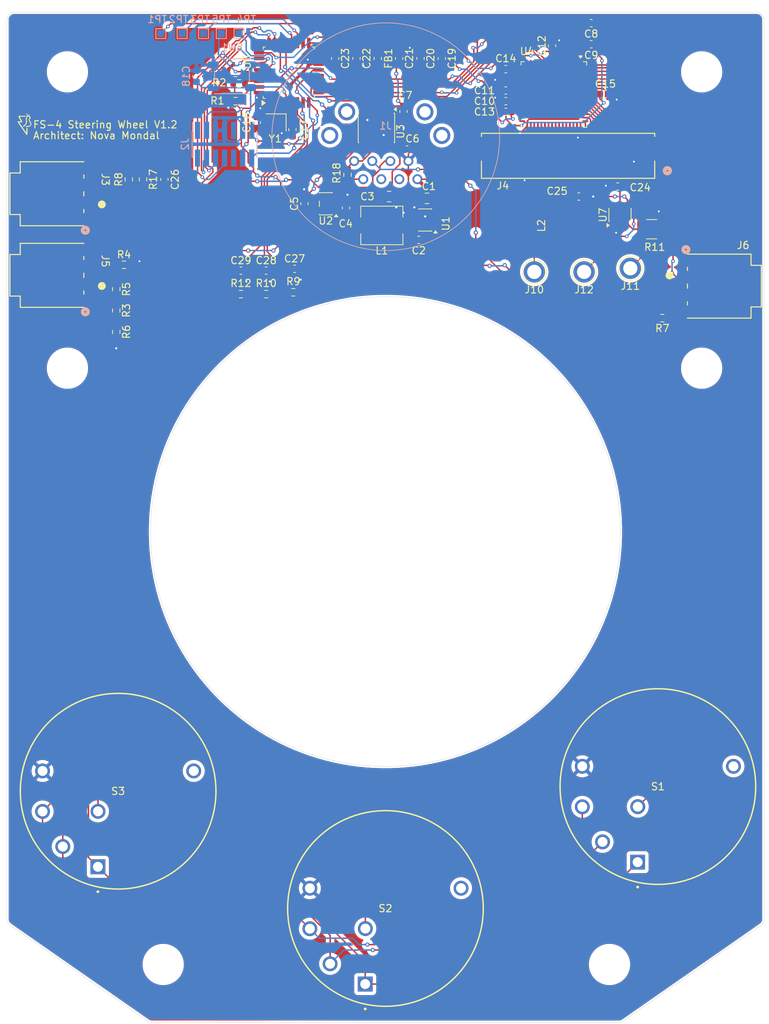
<source format=kicad_pcb>
(kicad_pcb (version 20241229) (generator "pcbnew") (generator_version "9.0")
  (title_block (date "2026-01-31"))
  (layers (0 "F.Cu" signal) (2 "B.Cu" signal) (13 "F.Paste" user) (15 "B.Paste" user) (5 "F.SilkS" user "F.Silkscreen") (7 "B.SilkS" user "B.Silkscreen") (1 "F.Mask" user) (3 "B.Mask" user) (25 "Edge.Cuts" user))
  (property "COMMENT4" "Nova Mondal")
  (property "REVISION" "1.2")
  (property "TITLE" "Steering Wheel")
  (net 0 "")
  (net 1 "GND")
  (net 2 "+12V")
  (net 3 "Net-(U1-SW)")
  (net 4 "Net-(U1-BST)")
  (net 5 "+5V")
  (net 6 "+3V3")
  (net 7 "+1V2")
  (net 8 "/MCU/OSC_IN")
  (net 9 "/MCU/OSC_OUT")
  (net 10 "NRST")
  (net 11 "+3V3_A")
  (net 12 "/Display Interface/LED_High")
  (net 13 "/MCU/Layout_Cycle")
  (net 14 "/MCU/TC_Analog")
  (net 15 "/MCU/Mode_Analog")
  (net 16 "/MCU/Regen_Analog")
  (net 20 "/CAN_L")
  (net 22 "/Launch_Control")
  (net 24 "/Lap")
  (net 25 "/CAN_H")
  (net 27 "VCP_UART_RX")
  (net 28 "VCP_UART_TX")
  (net 31 "STLINK_SWDIO")
  (net 33 "STLINK_SWO")
  (net 34 "STLINK_SWCLK")
  (net 37 "/Layout_Cycle_Unfiltered")
  (net 40 "/Display Interface/RGB_B0")
  (net 41 "/Display Interface/LCD_Dot_Clock")
  (net 42 "/Display Interface/RGB_B4")
  (net 43 "/Display Interface/RGB_G2")
  (net 44 "/Display Interface/RGB_B3")
  (net 45 "/Display Interface/LCD_HSync")
  (net 46 "/Display Interface/RGB_R0")
  (net 47 "/Display Interface/RGB_B5")
  (net 48 "/Display Interface/RGB_B7")
  (net 49 "/Display Interface/RGB_R3")
  (net 51 "/Display Interface/RGB_G6")
  (net 52 "/Display Interface/LCD_Display_Enable")
  (net 53 "/Display Interface/RGB_G5")
  (net 54 "/Display Interface/RGB_B6")
  (net 55 "/Display Interface/RGB_B1")
  (net 56 "/Display Interface/LCD_VSync")
  (net 58 "/Display Interface/RGB_R5")
  (net 59 "/Display Interface/LCD_Data_Enable")
  (net 61 "/Display Interface/RGB_G4")
  (net 62 "/Display Interface/LED_Low")
  (net 63 "/Display Interface/RGB_G7")
  (net 64 "/Display Interface/RGB_B2")
  (net 65 "/Display Interface/RGB_G3")
  (net 66 "/Display Interface/RGB_R7")
  (net 67 "/Display Interface/RGB_R2")
  (net 69 "/Display Interface/RGB_G1")
  (net 70 "/Display Interface/RGB_R6")
  (net 71 "/Display Interface/RGB_G0")
  (net 73 "/Display Interface/RGB_R1")
  (net 75 "/Display Interface/RGB_R4")
  (net 80 "/Display Interface/Backlight_PWM")
  (net 81 "/Display Interface/Backlight_Switch")
  (net 82 "/MCU/BOOT0")
  (net 83 "/MCU/Driver_Interrupt")
  (net 84 "/Switches/Analog_1V1")
  (net 85 "/Switches/Analog_2V2")
  (net 86 "/Switches/TC_Unfiltered")
  (net 87 "/Switches/Mode_Unfiltered")
  (net 88 "/Switches/Regen_Unfiltered")
  (net 93 "/MCU/CAN_RX")
  (net 94 "/MCU/CAN_TX")
  (net 97 "/Display Interface/SPI.MOSI")
  (net 102 "/Display Interface/Driver_Power")
  (net 108 "/Display Interface/SPI.CS")
  (net 110 "/Display Interface/SPI.CLK")
  (net 112 "/Display Interface/SPI.MISO")
  (net 118 "Net-(U5-PA8)")
  (net 119 "Net-(U5-PA9)")
  (net 120 "Net-(U5-PA10)")
  (net 121 "Net-(U5-PB5)")
  (net 122 "Net-(U5-PB6)")
  (footprint "FS_4_Global_Footprint_Library:Nanofit-1054301202-1x2SMD90Deg" (layer "F.Cu") (at 5.706599 20.979999 -90)
    (property "Reference" "J5")
    (property "Value" "Nanofit 01x02 Right Angle")
  )
  (footprint "Capacitor_SMD:C_0603_1608Metric" (layer "F.Cu") (at 85.225 8.5 180)
    (property "Reference" "C24")
    (property "Value" "220n")
  )
  (footprint "MountingHole:MountingHole_5.3mm_M5" (layer "F.Cu") (at 7.874 34.036)
    (property "Reference" "REF**" (hide yes))
    (property "Value" "MountingHole_5.3mm_M5")
  )
  (footprint "Capacitor_SMD:C_0805_2012Metric_Pad1.18x1.45mm_HandSolder" (layer "F.Cu") (at 58.42 10.16)
    (property "Reference" "C1")
    (property "Value" "10u")
  )
  (footprint "Capacitor_SMD:C_0603_1608Metric" (layer "F.Cu") (at 69.5 -2 180)
    (property "Reference" "C13")
    (property "Value" "100n")
  )
  (footprint "FS_4_Global_Footprint_Library:KC14A10001NPS" (layer "F.Cu") (at 88.028 103.472)
    (property "Reference" "S1")
    (property "Value" "KC14A10.001NPS" (hide yes))
  )
  (footprint "MountingHole:MountingHole_5.3mm_M5" (layer "F.Cu") (at 7.874 -7.62)
    (property "Reference" "REF**" (hide yes))
    (property "Value" "MountingHole_5.3mm_M5")
  )
  (footprint "Capacitor_SMD:C_0603_1608Metric" (layer "F.Cu") (at 83.5 -4.5)
    (property "Reference" "C15")
    (property "Value" "100n")
  )
  (footprint "Resistor_SMD:R_0603_1608Metric" (layer "F.Cu") (at 14.732 28.932 -90)
    (property "Reference" "R6")
    (property "Value" "100k")
  )
  (footprint "Capacitor_SMD:C_0603_1608Metric" (layer "F.Cu") (at 69.5 -8 180)
    (property "Reference" "C14")
    (property "Value" "100n")
  )
  (footprint "Capacitor_SMD:C_0603_1608Metric_Pad1.08x0.95mm_HandSolder" (layer "F.Cu") (at 48.5 -9.5 -90)
    (property "Reference" "C22")
    (property "Value" "1u")
  )
  (footprint "Capacitor_SMD:C_0603_1608Metric" (layer "F.Cu") (at 57.254 16.002)
    (property "Reference" "C2")
    (property "Value" "100n")
  )
  (footprint "Resistor_SMD:R_0603_1608Metric" (layer "F.Cu") (at 15.825 19.5)
    (property "Reference" "R4")
    (property "Value" "10k")
  )
  (footprint "Capacitor_SMD:C_0603_1608Metric" (layer "F.Cu") (at 69.5 -3.5)
    (property "Reference" "C10")
    (property "Value" "10u")
  )
  (footprint "Resistor_SMD:R_1210_3225Metric" (layer "F.Cu") (at 90 14.5)
    (property "Reference" "R11")
    (property "Value" "4.99")
  )
  (footprint "FS_4_Global_Footprint_Library:Nanofit-1054301202-1x2SMD90Deg" (layer "F.Cu") (at 99.5 22.5 90)
    (property "Reference" "J6")
    (property "Value" "Nanofit 01x02 Right Angle")
  )
  (footprint "MountingHole:MountingHole_5.3mm_M5" (layer "F.Cu") (at 21.336 117.856)
    (property "Reference" "REF**" (hide yes))
    (property "Value" "MountingHole_5.3mm_M5")
  )
  (footprint "Capacitor_SMD:C_0603_1608Metric_Pad1.08x0.95mm_HandSolder" (layer "F.Cu") (at 45.5 -9.5 -90)
    (property "Reference" "C23")
    (property "Value" "100nF")
  )
  (footprint "FS_4_Global_Footprint_Library:KC14A10001NPS" (layer "F.Cu") (at 49.731 120.607)
    (property "Reference" "S2")
    (property "Value" "KC14A10.001NPS" (hide yes))
  )
  (footprint "FS_4_Global_Footprint_Library:CONN_F32D-1A7Y1-21040_AMP" (layer "F.Cu") (at 78.249999 4.1825 180)
    (property "Reference" "J4")
    (property "Value" "Conn_01x40")
  )
  (footprint "Capacitor_SMD:C_0603_1608Metric" (layer "F.Cu") (at 69.5 -5 180)
    (property "Reference" "C11")
    (property "Value" "100n")
  )
  (footprint "Capacitor_SMD:C_0603_1608Metric" (layer "F.Cu") (at 55.613 3.302)
    (property "Reference" "C6")
    (property "Value" "100n")
  )
  (footprint "MountingHole:MountingHole_5.3mm_M5" (layer "F.Cu") (at 84.074 117.856)
    (property "Reference" "REF**" (hide yes))
    (property "Value" "MountingHole_5.3mm_M5")
  )
  (footprint "Capacitor_SMD:C_0805_2012Metric_Pad1.18x1.45mm_HandSolder" (layer "F.Cu") (at 53.086 9.906 180)
    (property "Reference" "C3")
    (property "Value" "47u")
  )
  (footprint "FS_4_Global_Footprint_Library:KC14A10001NPS" (layer "F.Cu") (at 12.153 104.125)
    (property "Reference" "S3")
    (property "Value" "KC14A10.001NPS" (hide yes))
  )
  (footprint "Capacitor_SMD:C_0603_1608Metric_Pad1.08x0.95mm_HandSolder" (layer "F.Cu") (at 60.49 -9.5 -90)
    (property "Reference" "C19")
    (property "Value" "10u")
  )
  (footprint "FS_3_Global_Footprint_Library:FORMULA SLUG TITLE" (layer "F.Cu") (at 4.99058 -0.195456)
    (property "Reference" "G***" (hide yes))
    (property "Value" "" (hide yes))
  )
  (footprint "Resistor_SMD:R_0603_1608Metric" (layer "F.Cu") (at 39.624 23.368 180)
    (property "Reference" "R9")
    (property "Value" "11k")
  )
  (footprint "FS_4_Global_Footprint_Library:Nanofit-1054301202-1x2SMD90Deg" (layer "F.Cu") (at 5.706599 9.515199 -90)
    (property "Reference" "J3")
    (property "Value" "Nanofit 01x02 Right Angle")
  )
  (footprint "Capacitor_SMD:C_0603_1608Metric" (layer "F.Cu") (at 47.034 11.518 90)
    (property "Reference" "C4")
    (property "Value" "1u")
  )
  (footprint "MountingHole:MountingHole_5.3mm_M5" (layer "F.Cu") (at 97.028 34.036)
    (property "Reference" "REF**" (hide yes))
    (property "Value" "MountingHole_5.3mm_M5")
  )
  (footprint "Resistor_SMD:R_0603_1608Metric" (layer "F.Cu") (at 91.5 27 180)
    (property "Reference" "R7")
    (property "Value" "10k")
  )
  (footprint "Inductor_SMD:L_0603_1608Metric_Pad1.05x0.95mm_HandSolder" (layer "F.Cu") (at 51.5 -9.5 90)
    (property "Reference" "FB1")
    (property "Value" "FCM 1608KF-601T03")
  )
  (footprint "Package_TO_SOT_SMD:SOT-23-6" (layer "F.Cu") (at 85.55 12.5 90)
    (property "Reference" "U7")
    (property "Value" "AP3019AKTR")
  )
  (footprint "Capacitor_SMD:C_0603_1608Metric_Pad1.08x0.95mm_HandSolder" (layer "F.Cu") (at 57.5 -9.5 -90)
    (property "Reference" "C20")
    (property "Value" "100n")
  )
  (footprint "Package_DFN_QFN:VQFN-64-1EP_9x9mm_P0.5mm_EP7.15x7.15mm" (layer "F.Cu") (at 76.25 -4.4375 -90)
    (property "Reference" "U4")
    (property "Value" "BT817Q")
  )
  (footprint "Resistor_SMD:R_0603_1608Metric" (layer "F.Cu") (at 14.732 22.932 -90)
    (property "Reference" "R5")
    (property "Value" "100k")
  )
  (footprint "Resistor_SMD:R_0603_1608Metric" (layer "F.Cu") (at 32.258 23.622 180)
    (property "Reference" "R12")
    (property "Value" "11k")
  )
  (footprint "Capacitor_SMD:C_0603_1608Metric_Pad1.08x0.95mm_HandSolder" (layer "F.Cu") (at 34.5 -0.5 90)
    (property "Reference" "C16")
    (property "Value" "6.8pF")
  )
  (footprint "Capacitor_SMD:C_0603_1608Metric" (layer "F.Cu") (at 32.258 20.32)
    (property "Reference" "C29")
    (property "Value" "68n")
  )
  (footprint "Capacitor_SMD:C_0603_1608Metric" (layer "F.Cu") (at 39.809 20.066)
    (property "Reference" "C27")
    (property "Value" "68n")
  )
  (footprint "Resistor_SMD:R_0603_1608Metric" (layer "F.Cu") (at 18.5 7.5 -90)
    (property "Reference" "R17")
    (property "Value" "3k")
  )
  (footprint "Capacitor_SMD:C_0603_1608Metric" (layer "F.Cu") (at 81.5 -14.46)
    (property "Reference" "C8")
    (property "Value" "100n")
  )
  (footprint "TestPoint:TestPoint_Plated_Hole_D2.0mm" (layer "F.Cu") (at 73.5 20.5 180)
    (property "Reference" "J10")
    (property "Value" "Test Pad")
  )
  (footprint "MountingHole:MountingHole_5.3mm_M5" (layer "F.Cu") (at 97.028 -7.62)
    (property "Reference" "REF**" (hide yes))
    (property "Value" "MountingHole_5.3mm_M5")
  )
  (footprint "Resistor_SMD:R_0603_1608Metric" (layer "F.Cu") (at 47.244 6.858 90)
    (property "Reference" "R18")
    (property "Value" "120")
  )
  (footprint "Package_TO_SOT_SMD:TSOT-23-6" (layer "F.Cu") (at 58.166 13.208 180)
    (property "Reference" "U1")
    (property "Value" "AP63205WU")
  )
  (footprint "Capacitor_SMD:C_0603_1608Metric_Pad1.08x0.95mm_HandSolder" (layer "F.Cu") (at 39.5 0.5 -90)
    (property "Reference" "C17")
    (property "Value" "6.8pF")
  )
  (footprint "Capacitor_SMD:C_0603_1608Metric" (layer "F.Cu") (at 21.5 7.5 90)
    (property "Reference" "C26")
    (property "Value" "1u")
  )
  (footprint "Crystal:Crystal_SMD_2016-4Pin_2.0x1.6mm" (layer "F.Cu") (at 37.2 -0.5 180)
    (property "Reference" "Y1")
    (property "Value" "ECS-240-8-37B-CKY-TR")
  )
  (footprint "Capacitor_SMD:C_0603_1608Metric" (layer "F.Cu") (at 81.5 -11.5)
    (property "Reference" "C9")
    (property "Value" "1u")
  )
  (footprint "Resistor_SMD:R_0603_1608Metric" (layer "F.Cu") (at 31.5 -3.5 180)
    (property "Reference" "R1")
    (property "Value" "10k")
  )
  (footprint "Inductor_SMD:L_Bourns_SRP5030T" (layer "F.Cu") (at 52.07 13.97 180)
    (property "Reference" "L1")
    (property "Value" "4.7uF")
  )
  (footprint "TestPoint:TestPoint_Plated_Hole_D2.0mm" (layer "F.Cu") (at 87 20 180)
    (property "Reference" "J11")
    (property "Value" "Test Pad")
  )
  (footprint "Resistor_SMD:R_0603_1608Metric" (layer "F.Cu") (at 14.732 25.932 -90)
    (property "Reference" "R3")
    (property "Value" "100k")
  )
  (footprint "Resistor_SMD:R_0603_1608Metric" (layer "F.Cu") (at 35.814 23.622 180)
    (property "Reference" "R10")
    (property "Value" "11k")
  )
  (footprint "FS_4_Global_Footprint_Library:CDRH5D28NP-220NC" (layer "F.Cu") (at 79 14 90)
    (property "Reference" "L2")
    (property "Value" "22u")
  )
  (footprint "TestPoint:TestPoint_Plated_Hole_D2.0mm" (layer "F.Cu") (at 80.5 20.5 180)
    (property "Reference" "J12")
    (property "Value" "Test Pad")
  )
  (footprint "Package_SO:SOIC-8_3.9x4.9mm_P1.27mm" (layer "F.Cu") (at 51.308 0.254 -90)
    (property "Reference" "U3")
    (property "Value" "ISO1044BD")
  )
  (footprint "Package_TO_SOT_SMD:SOT-23-5" (layer "F.Cu") (at 44.196 10.922 180)
    (property "Reference" "U2")
    (property "Value" "MIC5504-3.3YM5")
  )
  (footprint "Package_QFP:LQFP-32_7x7mm_P0.8mm" (layer "F.Cu") (at 39 -7.5 90)
    (property "Reference" "U5")
    (property "Value" "STM32G441KBTx")
  )
  (footprint "Capacitor_SMD:C_0603_1608Metric" (layer "F.Cu") (at 35.814 20.32)
    (property "Reference" "C28")
    (property "Value" "68n")
  )
  (footprint "Capacitor_SMD:C_0603_1608Metric" (layer "F.Cu") (at 79.756 9.906)
    (property "Reference" "C25")
    (property "Value" "1u")
  )
  (footprint "Capacitor_SMD:C_0603_1608Metric" (layer "F.Cu") (at 76 -11.275 90)
    (property "Reference" "C12")
    (property "Value" "100n")
  )
  (footprint "Capacitor_SMD:C_0603_1608Metric" (layer "F.Cu") (at 41.196 10.922 90)
    (property "Reference" "C5")
    (property "Value" "1u")
  )
  (footprint "Resistor_SMD:R_0603_1608Metric" (layer "F.Cu") (at 32 -6)
    (property "Reference" "R2")
    (property "Value" "4.7k")
  )
  (footprint "Capacitor_SMD:C_0603_1608Metric" (layer "F.Cu") (at 55.118 -2.045 -90)
    (property "Reference" "C7")
    (property "Value" "100n")
  )
  (footprint "Capacitor_SMD:C_0603_1608Metric_Pad1.08x0.95mm_HandSolder" (layer "F.Cu") (at 54.5 -9.5 -90)
    (property "Reference" "C21")
    (property "Value" "100n")
  )
  (footprint "Resistor_SMD:R_0603_1608Metric" (layer "F.Cu") (at 16.5 7.5 90)
    (property "Reference" "R8")
    (property "Value" "10k")
  )
  (footprint "TestPoint:TestPoint_Pad_1.0x1.0mm" (layer "B.Cu") (at 29.5 -13)
    (property "Reference" "TP5")
    (property "Value" "TestPoint")
  )
  (footprint "TestPoint:TestPoint_Pad_1.0x1.0mm" (layer "B.Cu") (at 21 -13)
    (property "Reference" "TP1")
    (property "Value" "TestPoint")
  )
  (footprint "TestPoint:TestPoint_Pad_1.0x1.0mm" (layer "B.Cu") (at 27 -13)
    (property "Reference" "TP3")
    (property "Value" "TestPoint")
  )
  (footprint "Button_Switch_SMD:SW_SPST_PTS647_Sx38" (layer "B.Cu") (at 31 -7 180)
    (property "Reference" "SW1")
    (property "Value" "Y97KT23B5NAFP")
  )
  (footprint "Capacitor_SMD:C_0603_1608Metric" (layer "B.Cu") (at 26 -7 -90)
    (property "Reference" "C18")
    (property "Value" "100n")
  )
  (footprint "TestPoint:TestPoint_Pad_1.0x1.0mm" (layer "B.Cu") (at 24 -13)
    (property "Reference" "TP2")
    (property "Value" "TestPoint")
  )
  (footprint "Connector_PinHeader_1.27mm:PinHeader_2x07_P1.27mm_Vertical_SMD" (layer "B.Cu") (at 29.96 2.55 -90)
    (property "Reference" "J2")
    (property "Value" "FTSH-107-01-F-DV-K-P-TR")
  )
  (footprint "TestPoint:TestPoint_Pad_1.0x1.0mm" (layer "B.Cu") (at 32 -13)
    (property "Reference" "TP4")
    (property "Value" "TestPoint")
  )
  (footprint "FS_4_Global_Footprint_Library:Keystone_985" (layer "B.Cu") (at 52.625 1.5 180)
    (property "Reference" "J1")
    (property "Value" "Keystone 985 RJ45" (hide yes))
  )
  (gr_arc (start 105.791 111.483364) (mid 105.675571 111.953713) (end 105.355511 112.317189) (stroke (width 0.05)) (layer "Edge.Cuts"))
  (gr_line (start 0.381 -16.002) (end 104.775 -16.002) (stroke (width 0.05)) (layer "Edge.Cuts"))
  (gr_line (start 85.40616 125.984) (end 19.74984 125.984) (stroke (width 0.05)) (layer "Edge.Cuts"))
  (gr_line (start 19.169329 125.801824) (end -0.199511 112.317189) (stroke (width 0.05)) (layer "Edge.Cuts"))
  (gr_line (start 105.791 -14.986) (end 105.791 111.483364) (stroke (width 0.05)) (layer "Edge.Cuts"))
  (gr_arc (start 104.775 -16.002) (mid 105.49342 -15.70442) (end 105.791 -14.986) (stroke (width 0.05)) (layer "Edge.Cuts"))
  (gr_line (start 105.355511 112.317189) (end 85.986671 125.801824) (stroke (width 0.05)) (layer "Edge.Cuts"))
  (gr_circle (center 52.578 57) (end 85.598 57) (stroke (width 0.05)) (fill no) (layer "Edge.Cuts"))
  (gr_arc (start 19.74984 125.984) (mid 19.445627 125.937387) (end 19.169329 125.801824) (stroke (width 0.05)) (layer "Edge.Cuts"))
  (gr_arc (start 85.986671 125.801824) (mid 85.710371 125.937376) (end 85.40616 125.984) (stroke (width 0.05)) (layer "Edge.Cuts"))
  (gr_arc (start -0.199511 112.317189) (mid -0.519571 111.953714) (end -0.635 111.483364) (stroke (width 0.05)) (layer "Edge.Cuts"))
  (gr_arc (start -0.635 -14.986) (mid -0.33742 -15.70442) (end 0.381 -16.002) (stroke (width 0.05)) (layer "Edge.Cuts"))
  (gr_line (start -0.635 111.483364) (end -0.635 -14.986) (stroke (width 0.05)) (layer "Edge.Cuts"))
  (segment (start 80.531 9.906) (end 81.788 9.906) (width 0.2) (layer "F.Cu") (net 1))
  (segment (start 45.5 -8.6375) (end 48.5 -8.6375) (width 0.2) (layer "F.Cu") (net 1))
  (segment (start 80 1) (end 80 0) (width 0.2) (layer "F.Cu") (net 1))
  (segment (start 54.5 -10.3625) (end 60.49 -10.3625) (width 0.2) (layer "F.Cu") (net 1))
  (segment (start 68 -6.5) (end 68.5 -6.5) (width 0.2) (layer "F.Cu") (net 1))
  (segment (start 34.3625 -1.8625) (end 35 -2.5) (width 0.2) (layer "F.Cu") (net 1))
  (segment (start 72.5 0) (end 71.5 1) (width 0.2) (layer "F.Cu") (net 1))
  (segment (start 55.184 12.258) (end 55.118 12.192) (width 0.2) (layer "F.Cu") (net 1))
  (segment (start 68.725 -2) (end 68.725 -5) (width 0.2) (layer "F.Cu") (net 1))
  (segment (start 70.499999 6.2778) (end 70.499999 7.154501) (width 0.2) (layer "F.Cu") (net 1))
  (segment (start 72.526 -0.026) (end 72.526 -0.7135) (width 0.2) (layer "F.Cu") (net 1))
  (segment (start 70.965498 7.62) (end 72.136 7.62) (width 0.2) (layer "F.Cu") (net 1))
  (segment (start 73.38 7.62) (end 74 7) (width 0.2) (layer "F.Cu") (net 1))
  (segment (start 40.584 20.066) (end 40.584 21.534) (width 0.2) (layer "F.Cu") (net 1))
  (segment (start 54.1235 11.4085) (end 54.102 11.43) (width 0.2) (layer "F.Cu") (net 1))
  (segment (start 36.589 20.32) (end 36.589 21.577) (width 0.2) (layer "F.Cu") (net 1))
  (segment (start 79.623264 1.376736) (end 80 1) (width 0.2) (layer "F.Cu") (net 1))
  (segment (start 46.855 10.922) (end 47.034 10.743) (width 0.2) (layer "F.Cu") (net 1))
  (segment (start 34.5 -4.375) (end 34.825 -4.7) (width 0.2) (layer "F.Cu") (net 1))
  (segment (start 42.3 -10.3) (end 43.175 -10.3) (width 0.2) (layer "F.Cu") (net 1))
  (segment (start 50.029 -0.854) (end 49.403 -1.48) (width 0.2) (layer "F.Cu") (net 1))
  (segment (start 74 7) (end 74 6.2778) (width 0.2) (layer "F.Cu") (net 1))
  (segment (start 57.3825 11.7055) (end 57.3825 11.43) (width 0.2) (layer "F.Cu") (net 1))
  (segment (start 49.3625 -8.6375) (end 49.5 -8.5) (width 0.2) (layer "F.Cu") (net 1))
  (segment (start 49.403 -1.48) (end 49.403 -2.221) (width 0.2) (layer "F.Cu") (net 1))
  (segment (start 83.566 8.382) (end 83.684 8.5) (width 0.2) (layer "F.Cu") (net 1))
  (segment (start 34.5 -4) (end 34.5 -4.375) (width 0.2) (layer "F.Cu") (net 1))
  (segment (start 70.499999 7.154501) (end 70.965498 7.62) (width 0.2) (layer "F.Cu") (net 1))
  (segment (start 33.033 21.831) (end 33.02 21.844) (width 0.2) (layer "F.Cu") (net 1))
  (segment (start 55.8 3.89) (end 56.388 3.302) (width 0.2) (layer "F.Cu") (net 1))
  (segment (start 86.999999 5.500001) (end 87.5 5) (width 0.2) (layer "F.Cu") (net 1))
  (segment (start 55.3625 -10.3625) (end 56 -11) (width 0.2) (layer "F.Cu") (net 1))
  (segment (start 71.8125 -5.1875) (end 75.5 -5.1875) (width 0.2) (layer "F.Cu") (net 1))
  (segment (start 51.943 2.729) (end 51.943 1.651) (width 0.2) (layer "F.Cu") (net 1))
  (segment (start 57.3825 11.43) (end 57.3825 10.16) (width 0.2) (layer "F.Cu") (net 1))
  (segment (start 47.034 9.95) (end 47.034 10.743) (width 0.2) (layer "F.Cu") (net 1))
  (segment (start 55.118 -1.27) (end 55.118 0.254) (width 0.2) (layer "F.Cu") (net 1))
  (segment (start 34.3625 -1.5) (end 34.3625 -1.8625) (width 0.2) (layer "F.Cu") (net 1))
  (segment (start 41.196 10.147) (end 41.196 8.938) (width 0.2) (layer "F.Cu") (net 1))
  (segment (start 79.623264 1.623264) (end 79.623264 1.376736) (width 0.2) (layer "F.Cu") (net 1))
  (segment (start 37.9 0.05) (end 39.2125 1.3625) (width 0.2) (layer "F.Cu") (net 1))
  (segment (start 58.166 12.7) (end 57.724 12.258) (width 0.2) (layer "F.Cu") (net 1))
  (segment (start 86.999999 6.2778) (end 86.999999 5.500001) (width 0.2) (layer "F.Cu") (net 1))
  (segment (start 69 -7) (end 69 -7.725) (width 0.2) (layer "F.Cu") (net 1))
  (segment (start 91.4625 14.5) (end 91.4625 12.4625) (width 0.2) (layer "F.Cu") (net 1))
  (segment (start 54.1235 9.906) (end 55.8 8.2295) (width 0.2) (layer "F.Cu") (net 1))
  (segment (start 38 1) (end 38 0.15) (width 0.2) (layer "F.Cu") (net 1))
  (segment (start 42.040459 -8.7) (end 43.175 -8.7) (width 0.2) (layer "F.Cu") (net 1))
  (segment (start 17.5 19.5) (end 18 19) (width 0.2) (layer "F.Cu") (net 1))
  (segment (start 54.1235 9.906) (end 57.1285 9.906) (width 0.2) (layer "F.Cu") (net 1))
  (segment (start 57.3825 11.43) (end 56.642 11.43) (width 0.2) (layer "F.Cu") (net 1))
  (segment (start 77 -12.05) (end 76 -12.05) (width 0.2) (layer "F.Cu") (net 1))
  (segment (start 84.5 -3.924) (end 84.5 -4.275) (width 0.2) (layer "F.Cu") (net 1))
  (segment (start 41.659541 -9.659541) (end 42.3 -10.3) (width 0.2) (layer "F.Cu") (net 1))
  (segment (start 50.038 -0.854) (end 50.029 -0.854) (width 0.2) (layer "F.Cu") (net 1))
  (segment (start 45.3335 10.922) (end 46.855 10.922) (width 0.2) (layer "F.Cu") (net 1))
  (segment (start 72.526 -0.7135) (end 76.25 -4.4375) (width 0.2) (layer "F.Cu") (net 1))
  (segment (start 51.943 1.651) (end 52.324 1.27) (width 0.2) (layer "F.Cu") (net 1))
  (segment (start 83.684 8.5) (end 84.45 8.5) (width 0.2) (layer "F.Cu") (net 1))
  (segment (start 30.675 -2.775) (end 30.675 -3.5) (width 0.2) (layer "F.Cu") (net 1))
  (segment (start 57.1285 9.906) (end 57.3825 10.16) (width 0.2) (layer "F.Cu") (net 1))
  (segment (start 43.175 -8.7) (end 45.4375 -8.7) (width 0.2) (layer "F.Cu") (net 1))
  (segment (start 85.079 -3.724) (end 84.7 -3.724) (width 0.2) (layer "F.Cu") (net 1))
  (segment (start 84.7 -3.724) (end 84.5 -3.924) (width 0.2) (layer "F.Cu") (net 1))
  (segment (start 41.659541 -9.340459) (end 41.659541 -9.080918) (width 0.2) (layer "F.Cu") (net 1))
  (segment (start 40.584 21.534) (end 40.64 21.59) (width 0.2) (layer "F.Cu") (net 1))
  (segment (start 41.659541 -9.080918) (end 42.040459 -8.7) (width 0.2) (layer "F.Cu") (net 1))
  (segment (start 85.55 13.6375) (end 85.55 14.45) (width 0.2) (layer "F.Cu") (net 1))
  (segment (start 72.136 7.62) (end 73.38 7.62) (width 0.2) (layer "F.Cu") (net 1))
  (segment (start 68.5 -6.5) (end 69 -7) (width 0.2) (layer "F.Cu") (net 1))
  (segment (start 91.4625 12.4625) (end 91 12) (width 0.2) (layer "F.Cu") (net 1))
  (segment (start 57.0285 12.258) (end 55.184 12.258) (width 0.2) (layer "F.Cu") (net 1))
  (segment (start 36.589 21.577) (end 36.322 21.844) (width 0.2) (layer "F.Cu") (net 1))
  (segment (start 54.5 -10.3625) (end 55.3625 -10.3625) (width 0.2) (layer "F.Cu") (net 1))
  (segment (start 16.65 19.5) (end 17.5 19.5) (width 0.2) (layer "F.Cu") (net 1))
  (segment (start 33.033 20.32) (end 33.033 21.831) (width 0.2) (layer "F.Cu") (net 1))
  (segment (start 41.659541 -9.340459) (end 41.659541 -9.659541) (width 0.2) (layer "F.Cu") (net 1))
  (segment (start 48.5 -8.6375) (end 49.3625 -8.6375) (width 0.2) (layer "F.Cu") (net 1))
  (segment (start 85.55 14.45) (end 85 15) (width 0.2) (layer "F.Cu") (net 1))
  (segment (start 47.244 9.74) (end 47.034 9.95) (width 0.2) (layer "F.Cu") (net 1))
  (segment (start 36.564064 -1.05) (end 38 0.385936) (width 0.2) (layer "F.Cu") (net 1))
  (segment (start 14.732 31.242) (end 14.732 29.757) (width 0.2) (layer "F.Cu") (net 1))
  (segment (start 57.724 12.258) (end 57.0285 12.258) (width 0.2) (layer "F.Cu") (net 1))
  (segment (start 57.0285 12.258) (end 57.0285 12.0595) (width 0.2) (layer "F.Cu") (net 1))
  (segment (start 68.725 -4.725) (end 68 -4) (width 0.2) (layer "F.Cu") (net 1))
  (segment (start 54.1235 9.906) (end 54.1235 11.4085) (width 0.2) (layer "F.Cu") (net 1))
  (segment (start 55.8 8.2295) (end 55.8 4.92) (width 0.2) (layer "F.Cu") (net 1))
  (segment (start 57.0285 12.0595) (end 57.3825 11.7055) (width 0.2) (layer "F.Cu") (net 1))
  (segment (start 47.244 9.652) (end 47.244 9.74) (width 0.2) (layer "F.Cu") (net 1))
  (segment (start 55.8 4.92) (end 55.8 3.89) (width 0.2) (layer "F.Cu") (net 1))
  (segment (start 30.5 -2.6) (end 30.675 -2.775) (width 0.2) (layer "F.Cu") (net 1))
  (segment (start 41.196 8.938) (end 41.148 8.89) (width 0.2) (layer "F.Cu") (net 1))
  (via (at 79.623264 1.623264) (size 0.508) (drill 0.254) (layers "F.Cu" "B.Cu") (net 1))
  (via (at 38 1) (size 0.508) (drill 0.254) (layers "F.Cu" "B.Cu") (net 1))
  (via (at 68 -6.5) (size 0.508) (drill 0.254) (layers "F.Cu" "B.Cu") (net 1))
  (via (at 49.5 -8.5) (size 0.508) (drill 0.254) (layers "F.Cu" "B.Cu") (net 1))
  (via (at 52.324 1.27) (size 0.6) (drill 0.3) (layers "F.Cu" "B.Cu") (net 1))
  (via (at 56.642 11.43) (size 0.6) (drill 0.3) (layers "F.Cu" "B.Cu") (net 1))
  (via (at 68 -4) (size 0.508) (drill 0.254) (layers "F.Cu" "B.Cu") (net 1))
  (via (at 40.64 21.59) (size 0.6) (drill 0.3) (layers "F.Cu" "B.Cu") (net 1))
  (via (at 87.5 5) (size 0.508) (drill 0.254) (layers "F.Cu" "B.Cu") (net 1))
  (via (at 85.079 -3.724) (size 0.508) (drill 0.254) (layers "F.Cu" "B.Cu") (net 1))
  (via (at 91 12) (size 0.508) (drill 0.254) (layers "F.Cu" "B.Cu") (net 1))
  (via (at 47.244 9.652) (size 0.6) (drill 0.3) (layers "F.Cu" "B.Cu") (net 1))
  (via (at 30.5 -2.6) (size 0.6) (drill 0.3) (layers "F.Cu" "B.Cu") (net 1))
  (via (at 72.136 7.62) (size 0.508) (drill 0.254) (layers "F.Cu" "B.Cu") (net 1))
  (via (at 33.02 21.844) (size 0.6) (drill 0.3) (layers "F.Cu" "B.Cu") (net 1))
  (via (at 14.732 31.242) (size 0.6) (drill 0.3) (layers "F.Cu" "B.Cu") (net 1))
  (via (at 54.102 11.43) (size 0.6) (drill 0.3) (layers "F.Cu" "B.Cu") (net 1))
  (via (at 81.788 9.906) (size 0.6) (drill 0.3) (layers "F.Cu" "B.Cu") (net 1))
  (via (at 55.118 0.254) (size 0.6) (drill 0.3) (layers "F.Cu" "B.Cu") (net 1))
  (via (at 41.659541 -9.340459) (size 0.508) (drill 0.254) (layers "F.Cu" "B.Cu") (net 1))
  (via (at 58.166 12.7) (size 0.6) (drill 0.3) (layers "F.Cu" "B.Cu") (net 1))
  (via (at 36.322 21.844) (size 0.6) (drill 0.3) (layers "F.Cu" "B.Cu") (net 1))
  (via (at 50.038 -0.854) (size 0.6) (drill 0.3) (layers "F.Cu" "B.Cu") (net 1))
  (via (at 77 -12.05) (size 0.508) (drill 0.254) (layers "F.Cu" "B.Cu") (net 1))
  (via (at 56 -11) (size 0.508) (drill 0.254) (layers "F.Cu" "B.Cu") (net 1))
  (via (at 35 -2.5) (size 0.508) (drill 0.254) (layers "F.Cu" "B.Cu") (net 1))
  (via (at 83.566 8.382) (size 0.508) (drill 0.254) (layers "F.Cu" "B.Cu") (net 1))
  (via (at 41.148 8.89) (size 0.6) (drill 0.3) (layers "F.Cu" "B.Cu") (net 1))
  (via (at 71.5 1) (size 0.508) (drill 0.254) (layers "F.Cu" "B.Cu") (net 1))
  (via (at 55.118 12.192) (size 0.6) (drill 0.3) (layers "F.Cu" "B.Cu") (net 1))
  (via (at 85 15) (size 0.508) (drill 0.254) (layers "F.Cu" "B.Cu") (net 1))
  (via (at 34.5 -4) (size 0.508) (drill 0.254) (layers "F.Cu" "B.Cu") (net 1))
  (via (at 18 19) (size 0.508) (drill 0.254) (layers "F.Cu" "B.Cu") (net 1))
  (segment (start 39.116 -4.951105) (end 35.467105 -8.6) (width 0.2) (layer "B.Cu") (net 1))
  (segment (start 28.961 2.027) (end 30.485 2.027) (width 0.2) (layer "B.Cu") (net 1))
  (segment (start 28.69 0.6) (end 28.69 1.766) (width 0.2) (layer "B.Cu") (net 1))
  (segment (start 29.96 -0.23) (end 29.96 0.6) (width 0.2) (layer "B.Cu") (net 1))
  (segment (start 30.746 -1.016) (end 29.96 -0.23) (width 0.2) (layer "B.Cu") (net 1))
  (segment (start 32.5 -0.266) (end 31.75 -1.016) (width 0.2) (layer "B.Cu") (net 1))
  (segment (start 38 1) (end 39.116 -0.116) (width 0.2) (layer "B.Cu") (net 1))
  (segment (start 29.879943 -7.095057) (end 32.120057 -7.095057) (width 0.2) (layer "B.Cu") (net 1))
  (segment (start 32.120057 -7.095057) (end 33.625 -8.6) (width 0.2) (layer "B.Cu") (net 1))
  (segment (start 28.375 -8.6) (end 29.879943 -7.095057) (width 0.2) (layer "B.Cu") (net 1))
  (segment (start 28.69 -0.75) (end 28.956 -1.016) (width 0.2) (layer "B.Cu") (net 1))
  (segment (start 28.375 -8.6) (end 26.825 -8.6) (width 0.2) (layer "B.Cu") (net 1))
  (segment (start 28.69 1.766) (end 28.956 2.032) (width 0.2) (layer "B.Cu") (net 1))
  (segment (start 31.901 2.101) (end 30.559 2.101) (width 0.2) (layer "B.Cu") (net 1))
  (segment (start 31.75 -1.016) (end 30.746 -1.016) (width 0.2) (layer "B.Cu") (net 1))
  (segment (start 35.467105 -8.6) (end 33.625 -8.6) (width 0.2) (layer "B.Cu") (net 1))
  (segment (start 32.5 0.6) (end 32.5 1.502) (width 0.2) (layer "B.Cu") (net 1))
  (segment (start 30.485 2.027) (end 29.96 1.502) (width 0.2) (layer "B.Cu") (net 1))
  (segment (start 28.69 0.6) (end 28.69 -0.75) (width 0.2) (layer "B.Cu") (net 1))
  (segment (start 30.559 2.101) (end 30.485 2.027) (width 0.2) (layer "B.Cu") (net 1))
  (segment (start 32.5 1.502) (end 31.901 2.101) (width 0.2) (layer "B.Cu") (net 1))
  (segment (start 28.956 -1.016) (end 30.746 -1.016) (width 0.2) (layer "B.Cu") (net 1))
  (segment (start 26.825 -8.6) (end 26 -7.775) (width 0.2) (layer "B.Cu") (net 1))
  (segment (start 28.956 2.032) (end 28.961 2.027) (width 0.2) (layer "B.Cu") (net 1))
  (segment (start 39.116 -0.116) (end 39.116 -4.951105) (width 0.2) (layer "B.Cu") (net 1))
  (segment (start 29.96 1.502) (end 29.96 0.6) (width 0.2) (layer "B.Cu") (net 1))
  (segment (start 32.5 0.6) (end 32.5 -0.266) (width 0.2) (layer "B.Cu") (net 1))
  (segment (start 59.4575 9.8575) (end 57.07 7.47) (width 0.2) (layer "F.Cu") (net 2))
  (segment (start 75 11.5) (end 73.5 11.5) (width 0.2) (layer "F.Cu") (net 2))
  (segment (start 59.4575 10.16) (end 59.4575 9.8575) (width 0.2) (layer "F.Cu") (net 2))
  (segment (start 59.794 7.47) (end 57.07 7.47) (width 0.2) (layer "F.Cu") (net 2))
  (segment (start 78.981 9.906) (end 78.981 11.831) (width 0.2) (layer "F.Cu") (net 2))
  (segment (start 73.5 11.5) (end 72.16 10.16) (width 0.2) (layer "F.Cu") (net 2))
  (segment (start 62.484 10.16) (end 59.794 7.47) (width 0.2) (layer "F.Cu") (net 2))
  (segment (start 79 11.85) (end 75.35 11.85) (width 0.2) (layer "F.Cu") (net 2))
  (segment (start 84.5325 11.43) (end 84.6 11.3625) (width 0.2) (layer "F.Cu") (net 2))
  (segment (start 79 11.85) (end 79.42 11.43) (width 0.2) (layer "F.Cu") (net 2))
  (segment (start 75.35 11.85) (end 75 11.5) (width 0.2) (layer "F.Cu") (net 2))
  (segment (start 79.42 11.43) (end 84.5325 11.43) (width 0.2) (layer "F.Cu") (net 2))
  (segment (start 78.981 11.831) (end 79 11.85) (width 0.2) (layer "F.Cu") (net 2))
  (segment (start 72.16 10.16) (end 62.484 10.16) (width 0.2) (layer "F.Cu") (net 2))
  (segment (start 54.678 13.97) (end 55.44 13.208) (width 0.2) (layer "F.Cu") (net 3))
  (segment (start 55.44 13.208) (end 57.0285 13.208) (width 0.2) (layer "F.Cu") (net 3))
  (segment (start 57.0285 14.158) (end 58.029 15.1585) (width 0.2) (layer "F.Cu") (net 4))
  (segment (start 58.029 15.1585) (end 58.029 16.002) (width 0.2) (layer "F.Cu") (net 4))
  (segment (start 45.3335 11.872) (end 46.613 11.872) (width 0.2) (layer "F.Cu") (net 5))
  (segment (start 51.054 18.542) (end 49.82 17.308) (width 0.2) (layer "F.Cu") (net 5))
  (segment (start 59.3035 17.4045) (end 58.166 18.542) (width 0.2) (layer "F.Cu") (net 5))
  (segment (start 44.37 11.35) (end 44.892 11.872) (width 0.2) (layer "F.Cu") (net 5))
  (segment (start 54.61 5.334) (end 54.61 3.53) (width 0.2) (layer "F.Cu") (net 5))
  (segment (start 58.166 18.542) (end 51.054 18.542) (width 0.2) (layer "F.Cu") (net 5))
  (segment (start 46.613 11.872) (end 47.034 12.293) (width 0.2) (layer "F.Cu") (net 5))
  (segment (start 45.3335 9.972) (end 44.671001 9.972) (width 0.2) (layer "F.Cu") (net 5))
  (segment (start 53.529 8.4255) (end 53.529 6.415) (width 0.2) (layer "F.Cu") (net 5))
  (segment (start 54.838 3.302) (end 53.786 3.302) (width 0.2) (layer "F.Cu") (net 5))
  (segment (start 53.529 6.415) (end 54.61 5.334) (width 0.2) (layer "F.Cu") (net 5))
  (segment (start 59.3035 14.158) (end 59.3035 17.4045) (width 0.2) (layer "F.Cu") (net 5))
  (segment (start 49.82 17.308) (end 49.82 13.97) (width 0.2) (layer "F.Cu") (net 5))
  (segment (start 53.786 3.302) (end 53.213 2.729) (width 0.2) (layer "F.Cu") (net 5))
  (segment (start 54.61 3.53) (end 54.838 3.302) (width 0.2) (layer "F.Cu") (net 5))
  (segment (start 44.892 11.872) (end 45.3335 11.872) (width 0.2) (layer "F.Cu") (net 5))
  (segment (start 52.0485 9.906) (end 53.529 8.4255) (width 0.2) (layer "F.Cu") (net 5))
  (segment (start 44.37 10.273001) (end 44.37 11.35) (width 0.2) (layer "F.Cu") (net 5))
  (segment (start 44.671001 9.972) (end 44.37 10.273001) (width 0.2) (layer "F.Cu") (net 5))
  (segment (start 50.368032 0.147) (end 51.191968 0.147) (width 0.2) (layer "F.Cu") (net 6))
  (segment (start 42.501735 8.806265) (end 41.972 9.336) (width 0.2) (layer "F.Cu") (net 6))
  (segment (start 67 -2.5) (end 69 -0.5) (width 0.2) (layer "F.Cu") (net 6))
  (segment (start 75 -10.5) (end 76 -10.5) (width 0.2) (layer "F.Cu") (net 6))
  (segment (start 71.8125 -4.6875) (end 70.5875 -4.6875) (width 0.2) (layer "F.Cu") (net 6))
  (segment (start 10.821 42.011) (end 15.909 36.923) (width 0.2) (layer "F.Cu") (net 6))
  (segment (start 73 -9.9) (end 72.175 -9.9) (width 0.2) (layer "F.Cu") (net 6))
  (segment (start 38.608 13.6907) (end 40.6017 11.697) (width 0.2) (layer "F.Cu") (net 6))
  (segment (start 70.275 -5) (end 70.275 -8) (width 0.2) (layer "F.Cu") (net 6))
  (segment (start 51.5 -8.625) (end 52.276 -9.401) (width 0.2) (layer "F.Cu") (net 6))
  (segment (start 8.5 19) (end 9 18.5) (width 0.2) (layer "F.Cu") (net 6))
  (segment (start 37.846 10.668) (end 38.875 11.697) (width 0.2) (layer "F.Cu") (net 6))
  (segment (start 49.731 120.607) (end 70.893 120.607) (width 0.2) (layer "F.Cu") (net 6))
  (segment (start 53.213 -2.221) (end 53.812 -2.82) (width 0.2) (layer "F.Cu") (net 6))
  (segment (start 38.875 11.697) (end 41.196 11.697) (width 0.2) (layer "F.Cu") (net 6))
  (segment (start 33.274 5.124467) (end 33.274 3.775) (width 0.2) (layer "F.Cu") (net 6))
  (segment (start 33.274 3.775) (end 32.3205 2.8215) (width 0.2) (layer "F.Cu") (net 6))
  (segment (start 55.085 -2.82) (end 55.118 -2.82) (width 0.2) (layer "F.Cu") (net 6))
  (segment (start 36.2 -3.325) (end 36.2 -3.942) (width 0.2) (layer "F.Cu") (net 6))
  (segment (start 40.894 108.712) (end 49.731 117.549) (width 0.2) (layer "F.Cu") (net 6))
  (segment (start 67 -5.5) (end 67 -2.5) (width 0.2) (layer "F.Cu") (net 6))
  (segment (start 33.5 -2.5) (end 34.325 -3.325) (width 0.2) (layer "F.Cu") (net 6))
  (segment (start 13.97 20.5) (end 18.5 20.5) (width 0.2) (layer "F.Cu") (net 6))
  (segment (start 53.812 -2.82) (end 55.118 -2.82) (width 0.2) (layer "F.Cu") (net 6))
  (segment (start 93.485604 21.25) (end 94.816601 21.25) (width 0.2) (layer "F.Cu") (net 6))
  (segment (start 54.5 -8.6375) (end 57.5 -8.6375) (width 0.2) (layer "F.Cu") (net 6))
  (segment (start 31.376 -5.799) (end 31.175 -6) (width 0.2) (layer "F.Cu") (net 6))
  (segment (start 12.119997 20.5) (end 13.97 20.5) (width 0.2) (layer "F.Cu") (net 6))
  (segment (start 41.972 10.921) (end 41.196 11.697) (width 0.2) (layer "F.Cu") (net 6))
  (segment (start 41.972 9.336) (end 41.972 10.921) (width 0.2) (layer "F.Cu") (net 6))
  (segment (start 92.867802 20.632198) (end 93.485604 21.25) (width 0.2) (layer "F.Cu") (net 6))
  (segment (start 67.276 -5.776) (end 69.499 -5.776) (width 0.2) (layer "F.Cu") (net 6))
  (segment (start 42.939 11.697) (end 41.196 11.697) (width 0.2) (layer "F.Cu") (net 6))
  (segment (start 34.56128 6.959883) (end 34.036 6.434603) (width 0.2) (layer "F.Cu") (net 6))
  (segment (start 87.251057 4.399) (end 86.5 5.150057) (width 0.2) (layer "F.Cu") (net 6))
  (segment (start 71.8125 -2.6875) (end 70.9625 -2.6875) (width 0.2) (layer "F.Cu") (net 6))
  (segment (start 15.909 23.284) (end 14.732 22.107) (width 0.2) (layer "F.Cu") (net 6))
  (segment (start 65.657815 -6.309285) (end 65.69853 -6.35) (width 0.2) (layer "F.Cu") (net 6))
  (segment (start 69.499 -5.776) (end 70.275 -5) (width 0.2) (layer "F.Cu") (net 6))
  (segment (start 32.135936 -2.5) (end 31.376 -3.259936) (width 0.2) (layer "F.Cu") (net 6))
  (segment (start 37.338 7.375238) (end 37.347238 7.375238) (width 0.2) (layer "F.Cu") (net 6))
  (segment (start 37.347238 7.375238) (end 37.846 7.874) (width 0.2) (layer "F.Cu") (net 6))
  (segment (start 42.953781 7.561251) (end 50.368032 0.147) (width 0.2) (layer "F.Cu") (net 6))
  (segment (start 67.220735 19.647265) (end 67.148385 19.574915) (width 0.2) (layer "F.Cu") (net 6))
  (segment (start 40.6017 11.697) (end 41.196 11.697) (width 0.2) (layer "F.Cu") (net 6))
  (segment (start 37.846 7.874) (end 37.846 10.668) (width 0.2) (layer "F.Cu") (net 6))
  (segment (start 14.732 22.107) (end 14.732 21.262) (width 0.2) (layer "F.Cu") (net 6))
  (segment (start 70.893 120.607) (end 88.028 103.472) (width 0.2) (layer "F.Cu") (net 6))
  (segment (start 93 19) (end 93 9.650057) (width 0.2) (layer "F.Cu") (net 6))
  (segment (start 32.3205 2.8215) (end 32.3205 -2.3745) (width 0.2) (layer "F.Cu") (net 6))
  (segment (start 67.148385 19.574915) (end 50.816915 19.574915) (width 0.2) (layer "F.Cu") (net 6))
  (segment (start 11.5 17.210198) (end 11.5 11.875201) (width 0.2) (layer "F.Cu") (net 6))
  (segment (start 54.102 -8.2395) (end 54.5 -8.6375) (width 0.2) (layer "F.Cu") (net 6))
  (segment (start 16.74 108.712) (end 40.894 108.712) (width 0.2) (layer "F.Cu") (net 6))
  (segment (start 93 9.650057) (end 87.748943 4.399) (width 0.2) (layer "F.Cu") (net 6))
  (segment (start 41.8 -10.925001) (end 41.8 -11.675) (width 0.2) (layer "F.Cu") (net 6))
  (segment (start 70.275 -2) (end 70.275 -1.225) (width 0.2) (layer "F.Cu") (net 6))
  (segment (start 60.49 -8.6375) (end 57.5 -8.6375) (width 0.2) (layer "F.Cu") (net 6))
  (segment (start 40.899 -10.024001) (end 41.8 -10.925001) (width 0.2) (layer "F.Cu") (net 6))
  (segment (start 36.2 -3.942) (end 40.899 -8.641) (width 0.2) (layer "F.Cu") (net 6))
  (segment (start 72.175 -9.9) (end 70.275 -8) (width 0.2) (layer "F.Cu") (net 6))
  (segment (start 51.493134 -11.675) (end 41.8 -11.675) (width 0.2) (layer "F.Cu") (net 6))
  (segment (start 10.210198 18.5) (end 11.5 17.210198) (width 0.2) (layer "F.Cu") (net 6))
  (segment (start 32.195 -2.5) (end 32.135936 -2.5) (width 0.2) (layer "F.Cu") (net 6))
  (segment (start 70.9625 -2.6875) (end 70.275 -2) (width 0.2) (layer "F.Cu") (net 6))
  (segment (start 8.5 20.340001) (end 8.5 19) (width 0.2) (layer "F.Cu") (net 6))
  (segment (start 51.191968 0.147) (end 53.213 -1.874032) (width 0.2) (layer "F.Cu") (net 6))
  (segment (start 54.102 -7.366) (end 54.102 -8.2395) (width 0.2) (layer "F.Cu") (net 6))
  (segment (start 49.731 117.549) (end 49.731 120.607) (width 0.2) (layer "F.Cu") (net 6))
  (segment (start 50.816915 19.574915) (end 42.939 11.697) (width 0.2) (layer "F.Cu") (net 6))
  (segment (start 37.122645 7.159883) (end 37.338 7.375238) (width 0.2) (layer "F.Cu") (net 6))
  (segment (start 71.8125 -8.1875) (end 70.4625 -8.1875) (width 0.2) (layer "F.Cu") (net 6))
  (segment (start 86.5 5.150057) (end 86.5 6.2778) (width 0.2) (layer "F.Cu") (net 6))
  (segment (start 53.213 -1.874032) (end 53.213 -2.221) (width 0.2) (layer "F.Cu") (net 6))
  (segment (start 34.036 5.886467) (end 33.274 5.124467) (width 0.2) (layer "F.Cu") (net 6))
  (segment (start 69.342 19.558) (end 72.784 23) (width 0.2) (layer "F.Cu") (net 6))
  (segment (start 40.899 -8.641) (end 40.899 -10.024001) (width 0.2) (layer "F.Cu") (net 6))
  (segment (start 10.389998 22.229999) (end 8.5 20.340001) (width 0.2) (layer "F.Cu") (net 6))
  (segment (start 31.376 -3.259936) (end 31.376 -5.799) (width 0.2) (layer "F.Cu") (net 6))
  (segment (start 65.69853 -6.35) (end 66.15 -6.35) (width 0.2) (layer "F.Cu") (net 6))
  (segment (start 32.446 -2.5) (end 33.5 -2.5) (width 0.2) (layer "F.Cu") (net 6))
  (segment (start 67 -5.5) (end 67.276 -5.776) (width 0.2) (layer "F.Cu") (net 6))
  (segment (start 74.859464 -10.359464) (end 75 -10.5) (width 0.2) (layer "F.Cu") (net 6))
  (segment (start 32.3205 -2.3745) (end 32.195 -2.5) (width 0.2) (layer "F.Cu") (net 6))
  (segment (start 51.5 -8.625) (end 54.4875 -8.625) (width 0.2) (layer "F.Cu") (net 6))
  (segment (start 15.909 36.923) (end 15.909 23.284) (width 0.2) (layer "F.Cu") (net 6))
  (segment (start 52.276 -9.401) (end 52.276 -10.892134) (width 0.2) (layer "F.Cu") (net 6))
  (segment (start 52.276 -10.892134) (end 51.493134 -11.675) (width 0.2) (layer "F.Cu") (net 6))
  (segment (start 12.153 104.125) (end 16.74 108.712) (width 0.2) (layer "F.Cu") (net 6))
  (segment (start 38.608 15.722) (end 38.608 13.6907) (width 0.2) (layer "F.Cu") (net 6))
  (segment (start 93.066601 23) (end 94.816601 21.25) (width 0.2) (layer "F.Cu") (net 6))
  (segment (start 66.15 -6.35) (end 67 -5.5) (width 0.2) (layer "F.Cu") (net 6))
  (segment (start 76 -10.5) (end 76 -8.875) (width 0.2) (layer "F.Cu") (net 6))
  (segment (start 34.325 -3.325) (end 36.2 -3.325) (width 0.2) (layer "F.Cu") (net 6))
  (segment (start 32.3205 -2.3745) (end 32.446 -2.5) (width 0.2) (layer "F.Cu") (net 6))
  (segment (start 14.732 21.262) (end 13.97 20.5) (width 0.2) (layer "F.Cu") (net 6))
  (segment (start 21.5 17.5) (end 18.5 20.5) (width 0.2) (layer "F.Cu") (net 6))
  (segment (start 72.784 23) (end 93.066601 23) (width 0.2) (layer "F.Cu") (net 6))
  (segment (start 12.153 104.125) (end 10.821 102.793) (width 0.2) (layer "F.Cu") (net 6))
  (segment (start 62.3625 -8.6375) (end 63 -8) (width 0.2) (layer "F.Cu") (net 6))
  (segment (start 70.275 -1.225) (end 70.5 -1) (width 0.2) (layer "F.Cu") (net 6))
  (segment (start 87.748943 4.399) (end 87.251057 4.399) (width 0.2) (layer "F.Cu") (net 6))
  (segment (start 34.036 6.434603) (end 34.036 5.886467) (width 0.2) (layer "F.Cu") (net 6))
  (segment (start 33.274 17.5) (end 21.5 17.5) (width 0.2) (layer "F.Cu") (net 6))
  (segment (start 60.49 -8.6375) (end 62.3625 -8.6375) (width 0.2) (layer "F.Cu") (net 6))
  (segment (start 10.821 102.793) (end 10.821 42.011) (width 0.2) (layer "F.Cu") (net 6))
  (segment (start 10.389998 22.229999) (end 12.119997 20.5) (width 0.2) (layer "F.Cu") (net 6))
  (segment (start 54.356 -3.549) (end 55.085 -2.82) (width 0.2) (layer "F.Cu") (net 6))
  (segment (start 11.5 11.875201) (end 10.389998 10.765199) (width 0.2) (layer "F.Cu") (net 6))
  (segment (start 36.83 17.5) (end 38.608 15.722) (width 0.2) (layer "F.Cu") (net 6))
  (segment (start 9 18.5) (end 10.210198 18.5) (width 0.2) (layer "F.Cu") (net 6))
  (via (at 54.102 -7.366) (size 0.6) (drill 0.3) (layers "F.Cu" "B.Cu") (net 6))
  (via (at 42.501735 8.806265) (size 0.6) (drill 0.3) (layers "F.Cu" "B.Cu") (net 6))
  (via (at 69 -0.5) (size 0.508) (drill 0.254) (layers "F.Cu" "B.Cu") (net 6))
  (via (at 65.657815 -6.309285) (size 0.508) (drill 0.254) (layers "F.Cu" "B.Cu") (net 6))
  (via (at 92.867802 20.632198) (size 0.508) (drill 0.254) (layers "F.Cu" "B.Cu") (net 6))
  (via (at 32.3205 -2.3745) (size 0.508) (drill 0.254) (layers "F.Cu" "B.Cu") (net 6))
  (via (at 74.859464 -10.359464) (size 0.508) (drill 0.254) (layers "F.Cu" "B.Cu") (net 6))
  (via (at 69.342 19.558) (size 0.6) (drill 0.3) (layers "F.Cu" "B.Cu") (net 6))
  (via (at 54.356 -3.549) (size 0.6) (drill 0.3) (layers "F.Cu" "B.Cu") (net 6))
  (via (at 33.274 17.5) (size 0.6) (drill 0.3) (layers "F.Cu" "B.Cu") (net 6))
  (via (at 36.83 17.5) (size 0.6) (drill 0.3) (layers "F.Cu" "B.Cu") (net 6))
  (via (at 70.5 -1) (size 0.508) (drill 0.254) (layers "F.Cu" "B.Cu") (net 6))
  (via (at 73 -9.9) (size 0.508) (drill 0.254) (layers "F.Cu" "B.Cu") (net 6))
  (via (at 93 19) (size 0.508) (drill 0.254) (layers "F.Cu" "B.Cu") (net 6))
  (via (at 63 -8) (size 0.508) (drill 0.254) (layers "F.Cu" "B.Cu") (net 6))
  (via (at 67.220735 19.647265) (size 0.6) (drill 0.3) (layers "F.Cu" "B.Cu") (net 6))
  (via (at 42.953781 7.561251) (size 0.6) (drill 0.3) (layers "F.Cu" "B.Cu") (net 6))
  (via (at 37.122645 7.159883) (size 0.6) (drill 0.3) (layers "F.Cu" "B.Cu") (net 6))
  (via (at 34.56128 6.959883) (size 0.6) (drill 0.3) (layers "F.Cu" "B.Cu") (net 6))
  (segment (start 28 -2) (end 27.42 -1.42) (width 0.2) (layer "B.Cu") (net 6))
  (segment (start 54.102 -6.604) (end 54.356 -6.35) (width 0.2) (layer "B.Cu") (net 6))
  (segment (start 65.657815 -6.342185) (end 64 -8) (width 0.2) (layer "B.Cu") (net 6))
  (segment (start 36.83 17.5) (end 33.274 17.5) (width 0.2) (layer "B.Cu") (net 6))
  (segment (start 73.1 -10) (end 73 -9.9) (width 0.2) (layer "B.Cu") (net 6))
  (segment (start 37.074762 7.112) (end 37.122645 7.159883) (width 0.2) (layer "B.Cu") (net 6))
  (segment (start 69.252735 19.647265) (end 69.342 19.558) (width 0.2) (layer "B.Cu") (net 6))
  (segment (start 92.867802 20.632198) (end 92.867802 19.132198) (width 0.2) (layer "B.Cu") (net 6))
  (segment (start 65.657815 -6.309285) (end 65.657815 -6.342185) (width 0.2) (layer "B.Cu") (net 6))
  (segment (start 42.501735 8.013297) (end 42.953781 7.561251) (width 0.2) (layer "B.Cu") (net 6))
  (segment (start 32.135936 -2.235936) (end 31.9 -2) (width 0.2) (layer "B.Cu") (net 6))
  (segment (start 54.102 -7.366) (end 54.102 -6.604) (width 0.2) (layer "B.Cu") (net 6))
  (segment (start 67.220735 19.647265) (end 69.252735 19.647265) (width 0.2) (layer "B.Cu") (net 6))
  (segment (start 42.501735 8.806265) (end 42.501735 8.013297) (width 0.2) (layer "B.Cu") (net 6))
  (segment (start 34.56128 6.959883) (end 34.713397 7.112) (width 0.2) (layer "B.Cu") (net 6))
  (segment (start 32.181936 -2.235936) (end 32.135936 -2.235936) (width 0.2) (layer "B.Cu") (net 6))
  (segment (start 64 -8) (end 63 -8) (width 0.2) (layer "B.Cu") (net 6))
  (segment (start 32.3205 -2.3745) (end 32.181936 -2.235936) (width 0.2) (layer "B.Cu") (net 6))
  (segment (start 54.356 -6.35) (end 54.356 -3.549) (width 0.2) (layer "B.Cu") (net 6))
  (segment (start 70.5 -1) (end 69.5 -1) (width 0.2) (layer "B.Cu") (net 6))
  (segment (start 31.9 -2) (end 28 -2) (width 0.2) (layer "B.Cu") (net 6))
  (segment (start 69.5 -1) (end 69 -0.5) (width 0.2) (layer "B.Cu") (net 6))
  (segment (start 74.5 -10) (end 73.1 -10) (width 0.2) (layer "B.Cu") (net 6))
  (segment (start 92.867802 19.132198) (end 93 19) (width 0.2) (layer "B.Cu") (net 6))
  (segment (start 27.42 -1.42) (end 27.42 0.6) (width 0.2) (layer "B.Cu") (net 6))
  (segment (start 74.859464 -10.359464) (end 74.5 -10) (width 0.2) (layer "B.Cu") (net 6))
  (segment (start 34.713397 7.112) (end 37.074762 7.112) (width 0.2) (layer "B.Cu") (net 6))
  (segment (start 82.5375 -4.6875) (end 80.6875 -4.6875) (width 0.2) (layer "F.Cu") (net 7))
  (segment (start 69.524 -2.749) (end 70.275 -3.5) (width 0.2) (layer "F.Cu") (net 7))
  (segment (start 70.9625 -4.1875) (end 70.275 -3.5) (width 0.2) (layer "F.Cu") (net 7))
  (segment (start 83.277214 -3.277214) (end 82.725 -3.829428) (width 0.2) (layer "F.Cu") (net 7))
  (segment (start 70.5 0) (end 69.524 -0.976) (width 0.2) (layer "F.Cu") (net 7))
  (segment (start 71.689598 -0.0625) (end 70.9375 -0.0625) (width 0.2) (layer "F.Cu") (net 7))
  (segment (start 69.524 -0.976) (end 69.524 -2.749) (width 0.2) (layer "F.Cu") (net 7))
  (segment (start 80.725 -11.5) (end 80.725 -14.46) (width 0.2) (layer "F.Cu") (net 7))
  (segment (start 71.8125 -4.1875) (end 70.9625 -4.1875) (width 0.2) (layer "F.Cu") (net 7))
  (segment (start 70.875 0) (end 70.5 0) (width 0.2) (layer "F.Cu") (net 7))
  (segment (start 80.725 -11.5) (end 79.5 -10.275) (width 0.2) (layer "F.Cu") (net 7))
  (segment (start 83 -9.1885) (end 83 -9.5) (width 0.2) (layer "F.Cu") (net 7))
  (segment (start 82.725 -3.829428) (end 82.725 -4.5) (width 0.2) (layer "F.Cu") (net 7))
  (segment (start 70.9375 -0.0625) (end 70.875 0) (width 0.2) (layer "F.Cu") (net 7))
  (segment (start 79.5 -10.275) (end 79.5 -8.875) (width 0.2) (layer "F.Cu") (net 7))
  (segment (start 83 -9.5) (end 81 -11.5) (width 0.2) (layer "F.Cu") (net 7))
  (via (at 71.689598 -0.0625) (size 0.508) (drill 0.254) (layers "F.Cu" "B.Cu") (net 7))
  (via (at 83 -9.1885) (size 0.508) (drill 0.254) (layers "F.Cu" "B.Cu") (net 7))
  (via (at 83.277214 -3.277214) (size 0.508) (drill 0.254) (layers "F.Cu" "B.Cu") (net 7))
  (segment (start 80.5 -0.5) (end 83.277214 -3.277214) (width 0.2) (layer "B.Cu") (net 7))
  (segment (start 71.689598 -0.0625) (end 72.127098 -0.5) (width 0.2) (layer "B.Cu") (net 7))
  (segment (start 83 -3.554428) (end 83.277214 -3.277214) (width 0.2) (layer "B.Cu") (net 7))
  (segment (start 83 -9.1885) (end 83 -3.554428) (width 0.2) (layer "B.Cu") (net 7))
  (segment (start 72.127098 -0.5) (end 80.5 -0.5) (width 0.2) (layer "B.Cu") (net 7))
  (segment (start 35.749 -1.463064) (end 37 -2.714064) (width 0.2) (layer "F.Cu") (net 8))
  (segment (start 36.05 0.05) (end 35.749 -0.251) (width 0.2) (layer "F.Cu") (net 8))
  (segment (start 36.1875 0.3625) (end 36.5 0.05) (width 0.2) (layer "F.Cu") (net 8))
  (segment (start 36.5 0.05) (end 36.05 0.05) (width 0.2) (layer "F.Cu") (net 8))
  (segment (start 35.749 -0.251) (end 35.749 -1.463064) (width 0.2) (layer "F.Cu") (net 8))
  (segment (start 34.5 0.3625) (end 36.1875 0.3625) (width 0.2) (layer "F.Cu") (net 8))
  (segment (start 39.5 -0.3625) (end 38.8125 -1.05) (width 0.2) (layer "F.Cu") (net 9))
  (segment (start 37.9 -1.05) (end 37.9 -3.225) (width 0.2) (layer "F.Cu") (net 9))
  (segment (start 38.8125 -1.05) (end 37.9 -1.05) (width 0.2) (layer "F.Cu") (net 9))
  (segment (start 33.274 2.286) (end 33.274 -1.865086) (width 0.2) (layer "F.Cu") (net 10))
  (segment (start 38.349239 -4.650761) (end 38.6 -4.4) (width 0.2) (layer "F.Cu") (net 10))
  (segment (start 33.02 2.54) (end 33.274 2.286) (width 0.2) (layer "F.Cu") (net 10))
  (segment (start 38.6 -4.4) (end 38.6 -3.325) (width 0.2) (layer "F.Cu") (net 10))
  (segment (start 38.349239 -4.826) (end 38.349239 -4.650761) (width 0.2) (layer "F.Cu") (net 10))
  (segment (start 33.274 -1.865086) (end 33.239086 -1.9) (width 0.2) (layer "F.Cu") (net 10))
  (via (at 38.349239 -4.826) (size 0.508) (drill 0.254) (layers "F.Cu" "B.Cu") (net 10))
  (via (at 33.02 2.54) (size 0.6) (drill 0.3) (layers "F.Cu" "B.Cu") (net 10))
  (via (at 33.239086 -1.9) (size 0.6) (drill 0.3) (layers "F.Cu" "B.Cu") (net 10))
  (segment (start 33.625 -5.4) (end 28.375 -5.4) (width 0.2) (layer "B.Cu") (net 10))
  (segment (start 38.000005 -5.5) (end 33.725 -5.5) (width 0.2) (layer "B.Cu") (net 10))
  (segment (start 38.349239 -4.826) (end 38.349239 -5.150766) (width 0.2) (layer "B.Cu") (net 10))
  (segment (start 38.349239 -5.150766) (end 38.000005 -5.5) (width 0.2) (layer "B.Cu") (net 10))
  (segment (start 33.625 -2.285914) (end 33.625 -5.4) (width 0.2) (layer "B.Cu") (net 10))
  (segment (start 32.5 4.5) (end 32.5 3.06) (width 0.2) (layer "B.Cu") (net 10))
  (segment (start 28.375 -5.4) (end 26.825 -5.4) (width 0.2) (layer "B.Cu") (net 10))
  (segment (start 32.5 3.06) (end 33.02 2.54) (width 0.2) (layer "B.Cu") (net 10))
  (segment (start 26.825 -5.4) (end 26 -6.225) (width 0.2) (layer "B.Cu") (net 10))
  (segment (start 33.239086 -1.9) (end 33.625 -2.285914) (width 0.2) (layer "B.Cu") (net 10))
  (segment (start 45.5 -10.3625) (end 48.5 -10.3625) (width 0.2) (layer "F.Cu") (net 11))
  (segment (start 48.65 -10.375) (end 51.5 -10.375) (width 0.2) (layer "F.Cu") (net 11))
  (segment (start 45.5 -10.3625) (end 44.6375 -9.5) (width 0.2) (layer "F.Cu") (net 11))
  (segment (start 44.6375 -9.5) (end 43.175 -9.5) (width 0.2) (layer "F.Cu") (net 11))
  (segment (start 86 8.5) (end 87.499998 7.000002) (width 0.2) (layer "F.Cu") (net 12))
  (segment (start 87.63 10.13) (end 86 8.5) (width 0.2) (layer "F.Cu") (net 12))
  (segment (start 85.55 8.95) (end 86 8.5) (width 0.2) (layer "F.Cu") (net 12))
  (segment (start 85.55 11.3625) (end 85.55 8.95) (width 0.2) (layer "F.Cu") (net 12))
  (segment (start 86.5 15.5) (end 85.5 15.5) (width 0.2) (layer "F.Cu") (net 12))
  (segment (start 87.475 13.053) (end 87.63 12.898) (width 0.2) (layer "F.Cu") (net 12))
  (segment (start 87.63 12.898) (end 87.63 10.13) (width 0.2) (layer "F.Cu") (net 12))
  (segment (start 85.5 15.5) (end 81.5 19.5) (width 0.2) (layer "F.Cu") (net 12))
  (segment (start 87.475 13.763972) (end 87.475 13.053) (width 0.2) (layer "F.Cu") (net 12))
  (segment (start 81.5 19.5) (end 80.5 19.5) (width 0.2) (layer "F.Cu") (net 12))
  (segment (start 87.499998 7.000002) (end 87.499998 6.2778) (width 0.2) (layer "F.Cu") (net 12))
  (via (at 87.475 13.763972) (size 0.508) (drill 0.254) (layers "F.Cu" "B.Cu") (net 12))
  (via (at 86.5 15.5) (size 0.508) (drill 0.254) (layers "F.Cu" "B.Cu") (net 12))
  (segment (start 87.475 13.763972) (end 87.475 14.525) (width 0.2) (layer "B.Cu") (net 12))
  (segment (start 87.475 14.525) (end 86.5 15.5) (width 0.2) (layer "B.Cu") (net 12))
  (segment (start 27.7721 5.705) (end 27.989889 5.705) (width 0.2) (layer "F.Cu") (net 13))
  (segment (start 28.672 -7.320264) (end 28.672 -6.1049) (width 0.2) (layer "F.Cu") (net 13))
  (segment (start 32.071309 -11.001) (end 32 -10.929691) (width 0.2) (layer "F.Cu") (net 13))
  (segment (start 27.522 5.4549) (end 27.7721 5.705) (width 0.2) (layer "F.Cu") (net 13))
  (segment (start 35.876 -9.481241) (end 35.876 -9.195082) (width 0.2) (layer "F.Cu") (net 13))
  (segment (start 35.876 -9.195082) (end 35.629918 -8.949) (width 0.2) (layer "F.Cu") (net 13))
  (segment (start 28.315 6.030111) (end 28.315 6.489889) (width 0.2) (layer "F.Cu") (net 13))
  (segment (start 35.074 -8.949) (end 34.825 -8.7) (width 0.2) (layer "F.Cu") (net 13))
  (segment (start 26.422889 8.382) (end 21.607 8.382) (width 0.2) (layer "F.Cu") (net 13))
  (segment (start 36.075 -9.481241) (end 35.876 -9.481241) (width 0.2) (layer "F.Cu") (net 13))
  (segment (start 21.607 8.382) (end 21.5 8.275) (width 0.2) (layer "F.Cu") (net 13))
  (segment (start 18.5 8.325) (end 21.45 8.325) (width 0.2) (layer "F.Cu") (net 13))
  (segment (start 27.522 -4.9549) (end 27.522 5.4549) (width 0.2) (layer "F.Cu") (net 13))
  (segment (start 28.315 6.489889) (end 26.422889 8.382) (width 0.2) (layer "F.Cu") (net 13))
  (segment (start 28.672 -6.1049) (end 27.522 -4.9549) (width 0.2) (layer "F.Cu") (net 13))
  (segment (start 32 -10.929691) (end 32 -10.648264) (width 0.2) (layer "F.Cu") (net 13))
  (segment (start 35.629918 -8.949) (end 35.074 -8.949) (width 0.2) (layer "F.Cu") (net 13))
  (segment (start 27.989889 5.705) (end 28.315 6.030111) (width 0.2) (layer "F.Cu") (net 13))
  (segment (start 32 -10.648264) (end 28.672 -7.320264) (width 0.2) (layer "F.Cu") (net 13))
  (via (at 36.075 -9.481241) (size 0.508) (drill 0.254) (layers "F.Cu" "B.Cu") (net 13))
  (via (at 32.071309 -11.001) (size 0.508) (drill 0.254) (layers "F.Cu" "B.Cu") (net 13))
  (segment (start 36.075 -9.481241) (end 33.518759 -9.481241) (width 0.2) (layer "B.Cu") (net 13))
  (segment (start 32.071309 -10.928691) (end 32.071309 -11.001) (width 0.2) (layer "B.Cu") (net 13))
  (segment (start 33.518759 -9.481241) (end 32.071309 -10.928691) (width 0.2) (layer "B.Cu") (net 13))
  (segment (start 38.354 20.066) (end 39.034 20.066) (width 0.2) (layer "F.Cu") (net 14))
  (segment (start 42.4 -0.762) (end 42.418 -0.744) (width 0.2) (layer "F.Cu") (net 14))
  (segment (start 35.961 17.673) (end 38.354 20.066) (width 0.2) (layer "F.Cu") (net 14))
  (segment (start 37.084 6.35) (end 35.961 7.473) (width 0.2) (layer "F.Cu") (net 14))
  (segment (start 40.132 -5.588) (end 40.132 -4.826) (width 0.2) (layer "F.Cu") (net 14))
  (segment (start 38.799 20.301) (end 39.034 20.066) (width 0.2) (layer "F.Cu") (net 14))
  (segment (start 38.799 23.368) (end 38.799 20.301) (width 0.2) (layer "F.Cu") (net 14))
  (segment (start 42.418 -0.744) (end 42.418 2.794) (width 0.2) (layer "F.Cu") (net 14))
  (segment (start 35.961 7.473) (end 35.961 17.673) (width 0.2) (layer "F.Cu") (net 14))
  (segment (start 42.418 2.794) (end 38.862 6.35) (width 0.2) (layer "F.Cu") (net 14))
  (segment (start 38.862 6.35) (end 37.084 6.35) (width 0.2) (layer "F.Cu") (net 14))
  (segment (start 42.444 -7.9) (end 40.132 -5.588) (width 0.2) (layer "F.Cu") (net 14))
  (segment (start 43.175 -7.9) (end 42.444 -7.9) (width 0.2) (layer "F.Cu") (net 14))
  (via (at 42.4 -0.762) (size 0.6) (drill 0.3) (layers "F.Cu" "B.Cu") (net 14))
  (via (at 40.132 -4.826) (size 0.6) (drill 0.3) (layers "F.Cu" "B.Cu") (net 14))
  (segment (start 41.91 -1.252) (end 41.91 -3.048) (width 0.2) (layer "B.Cu") (net 14))
  (segment (start 42.4 -0.762) (end 41.91 -1.252) (width 0.2) (layer "B.Cu") (net 14))
  (segment (start 41.91 -3.048) (end 40.132 -4.826) (width 0.2) (layer "B.Cu") (net 14))
  (segment (start 36.9179 5.949) (end 38.314056 5.949) (width 0.2) (layer "F.Cu") (net 15))
  (segment (start 40.2 -3.325) (end 40.2 -1.622057) (width 0.2) (layer "F.Cu") (net 15))
  (segment (start 34.989 23.622) (end 34.989 20.37) (width 0.2) (layer "F.Cu") (net 15))
  (segment (start 35.039 20.32) (end 35.56 19.799) (width 0.2) (layer "F.Cu") (net 15))
  (segment (start 35.56 7.3069) (end 36.9179 5.949) (width 0.2) (layer "F.Cu") (net 15))
  (segment (start 40.2 -1.622057) (end 41.575444 -0.246613) (width 0.2) (layer "F.Cu") (net 15))
  (segment (start 41.575444 2.687612) (end 41.575444 -0.15979) (width 0.2) (layer "F.Cu") (net 15))
  (segment (start 34.989 20.37) (end 35.039 20.32) (width 0.2) (layer "F.Cu") (net 15))
  (segment (start 38.314056 5.949) (end 41.575444 2.687612) (width 0.2) (layer "F.Cu") (net 15))
  (segment (start 35.56 19.799) (end 35.56 7.3069) (width 0.2) (layer "F.Cu") (net 15))
  (segment (start 41.575444 -0.15979) (end 41.568617 -0.166616) (width 0.2) (layer "F.Cu") (net 15))
  (segment (start 41.174444 0.006311) (end 39.4 -1.768134) (width 0.2) (layer "F.Cu") (net 16))
  (segment (start 38.147956 5.548) (end 41.174444 2.521512) (width 0.2) (layer "F.Cu") (net 16))
  (segment (start 31.433 23.622) (end 31.433 20.37) (width 0.2) (layer "F.Cu") (net 16))
  (segment (start 31.433 20.37) (end 31.483 20.32) (width 0.2) (layer "F.Cu") (net 16))
  (segment (start 35.159 16.644) (end 35.159 7.1408) (width 0.2) (layer "F.Cu") (net 16))
  (segment (start 35.159 7.1408) (end 36.7518 5.548) (width 0.2) (layer "F.Cu") (net 16))
  (segment (start 41.174444 2.521512) (end 41.174444 0.006311) (width 0.2) (layer "F.Cu") (net 16))
  (segment (start 39.4 -1.768134) (end 39.4 -3.325) (width 0.2) (layer "F.Cu") (net 16))
  (segment (start 31.483 20.32) (end 35.159 16.644) (width 0.2) (layer "F.Cu") (net 16))
  (segment (start 36.7518 5.548) (end 38.147956 5.548) (width 0.2) (layer "F.Cu") (net 16))
  (segment (start 48.955372 2.729) (end 49.403 2.729) (width 0.2) (layer "F.Cu") (net 20))
  (segment (start 49.45 7.47) (end 47.457 7.47) (width 0.2) (layer "F.Cu") (net 20))
  (segment (start 46.468 5.216372) (end 48.955372 2.729) (width 0.2) (layer "F.Cu") (net 20))
  (segment (start 46.468 6.907) (end 46.468 5.216372) (width 0.2) (layer "F.Cu") (net 20))
  (segment (start 47.244 7.683) (end 46.468 6.907) (width 0.2) (layer "F.Cu") (net 20))
  (segment (start 47.457 7.47) (end 47.244 7.683) (width 0.2) (layer "F.Cu") (net 20))
  (segment (start 72.172 23.75) (end 94.816601 23.75) (width 0.2) (layer "F.Cu") (net 22))
  (segment (start 92.325 26.241601) (end 94.816601 23.75) (width 0.2) (layer "F.Cu") (net 22))
  (segment (start 65.278 16.856) (end 72.172 23.75) (width 0.2) (layer "F.Cu") (net 22))
  (segment (start 62.23 6.096) (end 64.516 8.382) (width 0.2) (layer "F.Cu") (net 22))
  (segment (start 65.278 14.986) (end 65.278 16.856) (width 0.2) (layer "F.Cu") (net 22))
  (segment (start 57.15 6.096) (end 62.23 6.096) (width 0.2) (layer "F.Cu") (net 22))
  (segment (start 92.325 27) (end 92.325 26.241601) (width 0.2) (layer "F.Cu") (net 22))
  (via (at 57.15 6.096) (size 0.6) (drill 0.3) (layers "F.Cu" "B.Cu") (net 22))
  (via (at 65.278 14.986) (size 0.6) (drill 0.3) (layers "F.Cu" "B.Cu") (net 22))
  (via (at 64.516 8.382) (size 0.6) (drill 0.3) (layers "F.Cu" "B.Cu") (net 22))
  (segment (start 65.278 9.144) (end 64.516 8.382) (width 0.2) (layer "B.Cu") (net 22))
  (segment (start 51.896 6.096) (end 50.72 4.92) (width 0.2) (layer "B.Cu") (net 22))
  (segment (start 65.278 14.986) (end 65.278 9.144) (width 0.2) (layer "B.Cu") (net 22))
  (segment (start 57.15 6.096) (end 51.896 6.096) (width 0.2) (layer "B.Cu") (net 22))
  (segment (start 42.103235 7.559235) (end 43.18 8.636) (width 0.2) (layer "F.Cu") (net 24))
  (segment (start 34.559 7.759883) (end 33.388117 7.759883) (width 0.2) (layer "F.Cu") (net 24))
  (segment (start 50.237628 8.636) (end 50.8 8.073628) (width 0.2) (layer "F.Cu") (net 24))
  (segment (start 33.388117 7.759883) (end 30.734 10.414) (width 0.2) (layer "F.Cu") (net 24))
  (segment (start 51.816 6.096) (end 51.816 5.588) (width 0.2) (layer "F.Cu") (net 24))
  (segment (start 43.18 8.636) (end 50.237628 8.636) (width 0.2) (layer "F.Cu") (net 24))
  (segment (start 51.816 5.588) (end 52.484 4.92) (width 0.2) (layer "F.Cu") (net 24))
  (segment (start 30.734 10.414) (end 24.086 10.414) (width 0.2) (layer "F.Cu") (net 24))
  (segment (start 52.484 4.92) (end 53.26 4.92) (width 0.2) (layer "F.Cu") (net 24))
  (segment (start 38.608 7.559235) (end 42.103235 7.559235) (width 0.2) (layer "F.Cu") (net 24))
  (segment (start 10.389998 19.729999) (end 14.770001 19.729999) (width 0.2) (layer "F.Cu") (net 24))
  (segment (start 50.8 8.073628) (end 50.8 7.112) (width 0.2) (layer "F.Cu") (net 24))
  (segment (start 50.8 7.112) (end 51.816 6.096) (width 0.2) (layer "F.Cu") (net 24))
  (segment (start 24.086 10.414) (end 15 19.5) (width 0.2) (layer "F.Cu") (net 24))
  (via (at 38.608 7.559235) (size 0.6) (drill 0.3) (layers "F.Cu" "B.Cu") (net 24))
  (via (at 34.559 7.759883) (size 0.6) (drill 0.3) (layers "F.Cu" "B.Cu") (net 24))
  (segment (start 34.559 7.759883) (end 38.407352 7.759883) (width 0.2) (layer "B.Cu") (net 24))
  (segment (start 38.407352 7.759883) (end 38.608 7.559235) (width 0.2) (layer "B.Cu") (net 24))
  (segment (start 48.18 4.92) (end 49.304372 4.92) (width 0.2) (layer "F.Cu") (net 25))
  (segment (start 47.244 5.856) (end 48.18 4.92) (width 0.2) (layer "F.Cu") (net 25))
  (segment (start 49.304372 4.92) (end 50.673 3.551372) (width 0.2) (layer "F.Cu") (net 25))
  (segment (start 50.673 3.551372) (end 50.673 2.729) (width 0.2) (layer "F.Cu") (net 25))
  (segment (start 47.244 6.033) (end 47.244 5.856) (width 0.2) (layer "F.Cu") (net 25))
  (segment (start 34.8339 2.099) (end 37.1661 2.099) (width 0.2) (layer "F.Cu") (net 27))
  (segment (start 37.5671 2.5) (end 39 2.5) (width 0.2) (layer "F.Cu") (net 27))
  (segment (start 43 -2.125) (end 43 -1.5) (width 0.2) (layer "F.Cu") (net 27))
  (segment (start 34.71645 2.21645) (end 34.8339 2.099) (width 0.2) (layer "F.Cu") (net 27))
  (segment (start 37.1661 2.099) (end 37.5671 2.5) (width 0.2) (layer "F.Cu") (net 27))
  (segment (start 41.8 -3.325) (end 43 -2.125) (width 0.2) (layer "F.Cu") (net 27))
  (segment (start 34.5 2) (end 34.71645 2.21645) (width 0.2) (layer "F.Cu") (net 27))
  (via (at 34.5 2) (size 0.508) (drill 0.254) (layers "F.Cu" "B.Cu") (net 27))
  (via (at 43 -1.5) (size 0.508) (drill 0.254) (layers "F.Cu" "B.Cu") (net 27))
  (via (at 39 2.5) (size 0.508) (drill 0.254) (layers "F.Cu" "B.Cu") (net 27))
  (segment (start 34.5 2) (end 34 1.5) (width 0.2) (layer "B.Cu") (net 27))
  (segment (start 41.656 1.844) (end 41 2.5) (width 0.2) (layer "B.Cu") (net 27))
  (segment (start 43 -1.5) (end 43 -1.011943) (width 0.2) (layer "B.Cu") (net 27))
  (segment (start 43.001 -0.513057) (end 42.648943 -0.161) (width 0.2) (layer "B.Cu") (net 27))
  (segment (start 43 -1.011943) (end 43.001 -1.010943) (width 0.2) (layer "B.Cu") (net 27))
  (segment (start 42.648943 -0.161) (end 42.325 -0.161) (width 0.2) (layer "B.Cu") (net 27))
  (segment (start 42.325 -0.161) (end 41.656 0.508) (width 0.2) (layer "B.Cu") (net 27))
  (segment (start 43.001 -1.010943) (end 43.001 -0.513057) (width 0.2) (layer "B.Cu") (net 27))
  (segment (start 41 2.5) (end 39 2.5) (width 0.2) (layer "B.Cu") (net 27))
  (segment (start 41.656 0.508) (end 41.656 1.844) (width 0.2) (layer "B.Cu") (net 27))
  (segment (start 41 -3.325) (end 40.894 -3.219) (width 0.2) (layer "F.Cu") (net 28))
  (segment (start 39.746013 2.538875) (end 40.573444 1.711444) (width 0.2) (layer "F.Cu") (net 28))
  (segment (start 40.894 -3.219) (end 40.894 -1.778) (width 0.2) (layer "F.Cu") (net 28))
  (segment (start 39.746013 3.1) (end 39.746013 2.538875) (width 0.2) (layer "F.Cu") (net 28))
  (via (at 39.746013 3.1) (size 0.6) (drill 0.3) (layers "F.Cu" "B.Cu") (net 28))
  (via (at 40.894 -1.778) (size 0.6) (drill 0.3) (layers "F.Cu" "B.Cu") (net 28))
  (via (at 40.573444 1.711444) (size 0.6) (drill 0.3) (layers "F.Cu" "B.Cu") (net 28))
  (segment (start 39.746013 3.1) (end 39.036013 3.81) (width 0.2) (layer "B.Cu") (net 28))
  (segment (start 41.148 1.136888) (end 40.573444 1.711444) (width 0.2) (layer "B.Cu") (net 28))
  (segment (start 39.036013 3.81) (end 34.46 3.81) (width 0.2) (layer "B.Cu") (net 28))
  (segment (start 40.894 -1.778) (end 41.148 -1.524) (width 0.2) (layer "B.Cu") (net 28))
  (segment (start 34.46 3.81) (end 33.77 4.5) (width 0.2) (layer "B.Cu") (net 28))
  (segment (start 41.148 -1.524) (end 41.148 1.136888) (width 0.2) (layer "B.Cu") (net 28))
  (segment (start 34.03621 -13.815847) (end 33.83621 -13.615847) (width 0.2) (layer "F.Cu") (net 31))
  (segment (start 37 -11.675) (end 37 -12.954) (width 0.2) (layer "F.Cu") (net 31))
  (segment (start 34.674971 -13.674971) (end 34.534096 -13.815847) (width 0.2) (layer "F.Cu") (net 31))
  (segment (start 31.584957 -12.002) (end 30.998 -11.415043) (width 0.2) (layer "F.Cu") (net 31))
  (segment (start 26.72 6.22) (end 27 6.5) (width 0.2) (layer "F.Cu") (net 31))
  (segment (start 31.655266 -12.002) (end 31.584957 -12.002) (width 0.2) (layer "F.Cu") (net 31))
  (segment (start 34.815527 -13.815847) (end 34.815527 -13.815527) (width 0.2) (layer "F.Cu") (net 31))
  (segment (start 27.87 -7.652464) (end 27.87 -6.87) (width 0.2) (layer "F.Cu") (net 31))
  (segment (start 34.534096 -13.815847) (end 34.03621 -13.815847) (width 0.2) (layer "F.Cu") (net 31))
  (segment (start 26.72 -5.72) (end 26.72 6.22) (width 0.2) (layer "F.Cu") (net 31))
  (segment (start 31.9359 -12.003) (end 31.656266 -12.003) (width 0.2) (layer "F.Cu") (net 31))
  (segment (start 33.83621 -13.615847) (end 33.548747 -13.615847) (width 0.2) (layer "F.Cu") (net 31))
  (segment (start 30.998 -11.415043) (end 30.998 -10.780464) (width 0.2) (layer "F.Cu") (net 31))
  (segment (start 33.548747 -13.615847) (end 31.9359 -12.003) (width 0.2) (layer "F.Cu") (net 31))
  (segment (start 30.998 -10.780464) (end 27.87 -7.652464) (width 0.2) (layer "F.Cu") (net 31))
  (segment (start 31.656266 -12.003) (end 31.655266 -12.002) (width 0.2) (layer "F.Cu") (net 31))
  (segment (start 34.815527 -13.815527) (end 34.674971 -13.674971) (width 0.2) (layer "F.Cu") (net 31))
  (segment (start 26.999094 6.500906) (end 26.997132 6.500906) (width 0.2) (layer "F.Cu") (net 31))
  (segment (start 27.87 -6.87) (end 26.72 -5.72) (width 0.2) (layer "F.Cu") (net 31))
  (segment (start 34.85084 -13.780534) (end 34.815527 -13.815847) (width 0.2) (layer "F.Cu") (net 31))
  (segment (start 27 6.5) (end 26.999094 6.500906) (width 0.2) (layer "F.Cu") (net 31))
  (via (at 26.997132 6.500906) (size 0.508) (drill 0.254) (layers "F.Cu" "B.Cu") (net 31))
  (via (at 34.85084 -13.780534) (size 0.508) (drill 0.254) (layers "F.Cu" "B.Cu") (net 31))
  (via (at 37 -12.954) (size 0.508) (drill 0.254) (layers "F.Cu" "B.Cu") (net 31))
  (segment (start 35.91829 -13.433767) (end 35.71829 -13.233767) (width 0.2) (layer "B.Cu") (net 31))
  (segment (start 26.997132 6.500906) (end 26.997132 4.922868) (width 0.2) (layer "B.Cu") (net 31))
  (segment (start 37 -12.954) (end 36.87229 -13.08171) (width 0.2) (layer "B.Cu") (net 31))
  (segment (start 36.87229 -13.08171) (end 36.768233 -13.08171) (width 0.2) (layer "B.Cu") (net 31))
  (segment (start 35.397607 -13.233767) (end 34.85084 -13.780534) (width 0.2) (layer "B.Cu") (net 31))
  (segment (start 36.416176 -13.433767) (end 35.91829 -13.433767) (width 0.2) (layer "B.Cu") (net 31))
  (segment (start 35.71829 -13.233767) (end 35.397607 -13.233767) (width 0.2) (layer "B.Cu") (net 31))
  (segment (start 36.768233 -13.08171) (end 36.416176 -13.433767) (width 0.2) (layer "B.Cu") (net 31))
  (segment (start 26.997132 4.922868) (end 27.42 4.5) (width 0.2) (layer "B.Cu") (net 31))
  (segment (start 26.162 6.450663) (end 26.767243 7.055906) (width 0.2) (layer "F.Cu") (net 33))
  (segment (start 32.834466 -9.5) (end 34.825 -9.5) (width 0.2) (layer "F.Cu") (net 33))
  (segment (start 26.767243 7.055906) (end 26.875586 7.055906) (width 0.2) (layer "F.Cu") (net 33))
  (segment (start 26.875586 7.145828) (end 26.832027 7.189387) (width 0.2) (layer "F.Cu") (net 33))
  (segment (start 29.651976 -10.28297) (end 26.162 -6.792994) (width 0.2) (layer "F.Cu") (net 33))
  (segment (start 26.162 -6.792994) (end 26.162 6.450663) (width 0.2) (layer "F.Cu") (net 33))
  (segment (start 32.167233 -8.832767) (end 32.834466 -9.5) (width 0.2) (layer "F.Cu") (net 33))
  (segment (start 26.875586 7.055906) (end 26.875586 7.145828) (width 0.2) (layer "F.Cu") (net 33))
  (segment (start 29.71703 -10.28297) (end 29.651976 -10.28297) (width 0.2) (layer "F.Cu") (net 33))
  (via (at 32.167233 -8.832767) (size 0.508) (drill 0.254) (layers "F.Cu" "B.Cu") (net 33))
  (via (at 29.71703 -10.28297) (size 0.508) (drill 0.254) (layers "F.Cu" "B.Cu") (net 33))
  (via (at 26.832027 7.189387) (size 0.508) (drill 0.254) (layers "F.Cu" "B.Cu") (net 33))
  (segment (start 27.14264 7.5) (end 27.862 7.5) (width 0.2) (layer "B.Cu") (net 33))
  (segment (start 31.5 -8.5) (end 31.834466 -8.5) (width 0.2) (layer "B.Cu") (net 33))
  (segment (start 31.834466 -8.5) (end 32.167233 -8.832767) (width 0.2) (layer "B.Cu") (net 33))
  (segment (start 27.862 7.5) (end 29.96 5.402) (width 0.2) (layer "B.Cu") (net 33))
  (segment (start 29.71703 -10.28297) (end 31.5 -8.5) (width 0.2) (layer "B.Cu") (net 33))
  (segment (start 26.832027 7.189387) (end 27.14264 7.5) (width 0.2) (layer "B.Cu") (net 33))
  (segment (start 36.167233 -12.332767) (end 36.2 -12.3) (width 0.2) (layer "F.Cu") (net 34))
  (segment (start 31.822366 -11.602) (end 32.102 -11.602) (width 0.2) (layer "F.Cu") (net 34))
  (segment (start 28.271 -6.271) (end 28.271 -7.486364) (width 0.2) (layer "F.Cu") (net 34))
  (segment (start 27.121 5.621) (end 27.121 -5.121) (width 0.2) (layer "F.Cu") (net 34))
  (segment (start 28.271 -7.486364) (end 31.399 -10.614364) (width 0.2) (layer "F.Cu") (net 34))
  (segment (start 27.76 6.26) (end 27.121 5.621) (width 0.2) (layer "F.Cu") (net 34))
  (segment (start 31.399 -10.614364) (end 31.399 -11.248943) (width 0.2) (layer "F.Cu") (net 34))
  (segment (start 32.102 -11.602) (end 33.714847 -13.214847) (width 0.2) (layer "F.Cu") (net 34))
  (segment (start 31.821366 -11.601) (end 31.822366 -11.602) (width 0.2) (layer "F.Cu") (net 34))
  (segment (start 36.167233 -12.832767) (end 36.167233 -12.332767) (width 0.2) (layer "F.Cu") (net 34))
  (segment (start 27.121 -5.121) (end 28.271 -6.271) (width 0.2) (layer "F.Cu") (net 34))
  (segment (start 31.399 -11.248943) (end 31.751057 -11.601) (width 0.2) (layer "F.Cu") (net 34))
  (segment (start 31.751057 -11.601) (end 31.821366 -11.601) (width 0.2) (layer "F.Cu") (net 34))
  (segment (start 33.714847 -13.214847) (end 34.285153 -13.214847) (width 0.2) (layer "F.Cu") (net 34))
  (via (at 27.76 6.26) (size 0.508) (drill 0.254) (layers "F.Cu" "B.Cu") (net 34))
  (via (at 36.167233 -12.832767) (size 0.508) (drill 0.254) (layers "F.Cu" "B.Cu") (net 34))
  (via (at 34.285153 -13.214847) (size 0.508) (drill 0.254) (layers "F.Cu" "B.Cu") (net 34))
  (segment (start 34.285153 -13.214847) (end 34.667233 -12.832767) (width 0.2) (layer "B.Cu") (net 34))
  (segment (start 34.667233 -12.832767) (end 36.167233 -12.832767) (width 0.2) (layer "B.Cu") (net 34))
  (segment (start 27.76 6.26) (end 28.69 5.33) (width 0.2) (layer "B.Cu") (net 34))
  (segment (start 16.85 8.325) (end 18.5 6.675) (width 0.2) (layer "F.Cu") (net 37))
  (segment (start 10.389998 8.265199) (end 16.440199 8.265199) (width 0.2) (layer "F.Cu") (net 37))
  (segment (start 77.999999 3.398) (end 79 2.397999) (width 0.2) (layer "F.Cu") (net 40))
  (segment (start 77.999999 6.2778) (end 77.999999 3.398) (width 0.2) (layer "F.Cu") (net 40))
  (segment (start 79.5 0.897998) (end 79.5 0) (width 0.2) (layer "F.Cu") (net 40))
  (segment (start 79 1.397998) (end 79.5 0.897998) (width 0.2) (layer "F.Cu") (net 40))
  (segment (start 79 2.397999) (end 79 1.397998) (width 0.2) (layer "F.Cu") (net 40))
  (segment (start 74.791999 3.708001) (end 73.499998 5.000002) (width 0.2) (layer "F.Cu") (net 41))
  (segment (start 75.5 1.361199) (end 74.791999 2.0692) (width 0.2) (layer "F.Cu") (net 41))
  (segment (start 75.5 0) (end 75.5 1.361199) (width 0.2) (layer "F.Cu") (net 41))
  (segment (start 74.791999 2.0692) (end 74.791999 3.708001) (width 0.2) (layer "F.Cu") (net 41))
  (segment (start 73.499998 5.000002) (end 73.499998 6.2778) (width 0.2) (layer "F.Cu") (net 41))
  (segment (start 76.395999 4.402703) (end 76.395999 2.7336) (width 0.2) (layer "F.Cu") (net 42))
  (segment (start 75.999998 6.2778) (end 75.999998 4.798704) (width 0.2) (layer "F.Cu") (net 42))
  (segment (start 75.999998 4.798704) (end 76.395999 4.402703) (width 0.2) (layer "F.Cu") (net 42))
  (segment (start 76.395999 2.7336) (end 77.396 1.733599) (width 0.2) (layer "F.Cu") (net 42))
  (segment (start 77.396 0.733598) (end 77.5 0.629598) (width 0.2) (layer "F.Cu") (net 42))
  (segment (start 77.5 0.629598) (end 77.5 0) (width 0.2) (layer "F.Cu") (net 42))
  (segment (start 77.396 1.733599) (end 77.396 0.733598) (width 0.2) (layer "F.Cu") (net 42))
  (segment (start 83.005 -1.566698) (end 81.384198 -3.1875) (width 0.2) (layer "F.Cu") (net 43))
  (segment (start 80.999999 3.931972) (end 83.005 1.926971) (width 0.2) (layer "F.Cu") (net 43))
  (segment (start 80.999999 6.2778) (end 80.999999 3.931972) (width 0.2) (layer "F.Cu") (net 43))
  (segment (start 81.384198 -3.1875) (end 80.6875 -3.1875) (width 0.2) (layer "F.Cu") (net 43))
  (segment (start 83.005 1.926971) (end 83.005 -1.566698) (width 0.2) (layer "F.Cu") (net 43))
  (segment (start 77.797 1.899699) (end 77.797 0.899698) (width 0.2) (layer "F.Cu") (net 44))
  (segment (start 78 0.696698) (end 78 0) (width 0.2) (layer "F.Cu") (net 44))
  (segment (start 76.5 4.8658) (end 76.796999 4.568801) (width 0.2) (layer "F.Cu") (net 44))
  (segment (start 76.796999 2.8997) (end 77.797 1.899699) (width 0.2) (layer "F.Cu") (net 44))
  (segment (start 76.5 6.2778) (end 76.5 4.8658) (width 0.2) (layer "F.Cu") (net 44))
  (segment (start 76.796999 4.568801) (end 76.796999 2.8997) (width 0.2) (layer "F.Cu") (net 44))
  (segment (start 77.797 0.899698) (end 78 0.696698) (width 0.2) (layer "F.Cu") (net 44))
  (segment (start 72.5 4.8658) (end 72.5 6.2778) (width 0.2) (layer "F.Cu") (net 45))
  (segment (start 74.5 0) (end 74.5 1.226999) (width 0.2) (layer "F.Cu") (net 45))
  (segment (start 73.989999 3.375801) (end 72.5 4.8658) (width 0.2) (layer "F.Cu") (net 45))
  (segment (start 73.989999 1.737) (end 73.989999 3.375801) (width 0.2) (layer "F.Cu") (net 45))
  (segment (start 74.5 1.226999) (end 73.989999 1.737) (width 0.2) (layer "F.Cu") (net 45))
  (segment (start 80.803298 -9) (end 80.125 -9) (width 0.2) (layer "F.Cu") (net 46))
  (segment (start 81.214798 -8.5885) (end 80.803298 -9) (width 0.2) (layer "F.Cu") (net 46))
  (segment (start 84.81421 -8.5885) (end 81.214798 -8.5885) (width 0.2) (layer "F.Cu") (net 46))
  (segment (start 80.125 -9) (end 80 -8.875) (width 0.2) (layer "F.Cu") (net 46))
  (segment (start 87.015 3.587971) (end 87.015 -0.4111) (width 0.2) (layer "F.Cu") (net 46))
  (segment (start 88.309 -5.09371) (end 84.81421 -8.5885) (width 0.2) (layer "F.Cu") (net 46))
  (segment (start 87.307 -0.7031) (end 87.307 -1.564798) (width 0.2) (layer "F.Cu") (net 46))
  (segment (start 85.999999 6.2778) (end 85.999999 4.602972) (width 0.2) (layer "F.Cu") (net 46))
  (segment (start 85.999999 4.602972) (end 87.015 3.587971) (width 0.2) (layer "F.Cu") (net 46))
  (segment (start 87.015 -0.4111) (end 87.307 -0.7031) (width 0.2) (layer "F.Cu") (net 46))
  (segment (start 88.309 -2.566798) (end 88.309 -5.09371) (width 0.2) (layer "F.Cu") (net 46))
  (segment (start 87.307 -1.564798) (end 88.309 -2.566798) (width 0.2) (layer "F.Cu") (net 46))
  (segment (start 75.994999 4.236601) (end 75.994999 2.5675) (width 0.2) (layer "F.Cu") (net 47))
  (segment (start 76.995 0.567498) (end 77 0.562498) (width 0.2) (layer "F.Cu") (net 47))
  (segment (start 76.995 1.567499) (end 76.995 0.567498) (width 0.2) (layer "F.Cu") (net 47))
  (segment (start 77 0.562498) (end 77 0) (width 0.2) (layer "F.Cu") (net 47))
  (segment (start 75.499999 6.2778) (end 75.499999 4.731601) (width 0.2) (layer "F.Cu") (net 47))
  (segment (start 75.994999 2.5675) (end 76.995 1.567499) (width 0.2) (layer "F.Cu") (net 47))
  (segment (start 75.499999 4.731601) (end 75.994999 4.236601) (width 0.2) (layer "F.Cu") (net 47))
  (segment (start 74.499999 4.597401) (end 75.192999 3.904401) (width 0.2) (layer "F.Cu") (net 48))
  (segment (start 75.192999 3.904401) (end 75.192999 2.2353) (width 0.2) (layer "F.Cu") (net 48))
  (segment (start 75.192999 2.2353) (end 76 1.428299) (width 0.2) (layer "F.Cu") (net 48))
  (segment (start 76 1.428299) (end 76 0) (width 0.2) (layer "F.Cu") (net 48))
  (segment (start 74.499999 6.2778) (end 74.499999 4.597401) (width 0.2) (layer "F.Cu") (net 48))
  (segment (start 84.499999 4.401672) (end 85.812 3.089671) (width 0.2) (layer "F.Cu") (net 49))
  (segment (start 85.812 3.089671) (end 85.812 -0.9094) (width 0.2) (layer "F.Cu") (net 49))
  (segment (start 84.51391 -7.1875) (end 80.6875 -7.1875) (width 0.2) (layer "F.Cu") (net 49))
  (segment (start 87.106 -4.59541) (end 84.51391 -7.1875) (width 0.2) (layer "F.Cu") (net 49))
  (segment (start 87.106 -3.065098) (end 87.106 -4.59541) (width 0.2) (layer "F.Cu") (net 49))
  (segment (start 86.104 -1.2014) (end 86.104 -2.063098) (width 0.2) (layer "F.Cu") (net 49))
  (segment (start 86.104 -2.063098) (end 87.106 -3.065098) (width 0.2) (layer "F.Cu") (net 49))
  (segment (start 85.812 -0.9094) (end 86.104 -1.2014) (width 0.2) (layer "F.Cu") (net 49))
  (segment (start 84.499999 6.2778) (end 84.499999 4.401672) (width 0.2) (layer "F.Cu") (net 49))
  (segment (start 81.401 1.262571) (end 81.401 -0.902298) (width 0.2) (layer "F.Cu") (net 51))
  (segment (start 81.115798 -1.1875) (end 80.6875 -1.1875) (width 0.2) (layer "F.Cu") (net 51))
  (segment (start 79 3.663571) (end 81.401 1.262571) (width 0.2) (layer "F.Cu") (net 51))
  (segment (start 81.401 -0.902298) (end 81.115798 -1.1875) (width 0.2) (layer "F.Cu") (net 51))
  (segment (start 79 6.2778) (end 79 3.663571) (width 0.2) (layer "F.Cu") (net 51))
  (segment (start 72.999999 4.932901) (end 72.999999 6.2778) (width 0.2) (layer "F.Cu") (net 52))
  (segment (start 75 0) (end 75 1.294099) (width 0.2) (layer "F.Cu") (net 52))
  (segment (start 74.390999 3.541901) (end 72.999999 4.932901) (width 0.2) (layer "F.Cu") (net 52))
  (segment (start 74.390999 1.9031) (end 74.390999 3.541901) (width 0.2) (layer "F.Cu") (net 52))
  (segment (start 75 1.294099) (end 74.390999 1.9031) (width 0.2) (layer "F.Cu") (net 52))
  (segment (start 81.802 -1.068398) (end 81.182898 -1.6875) (width 0.2) (layer "F.Cu") (net 53))
  (segment (start 79.499999 3.730672) (end 81.802 1.428671) (width 0.2) (layer "F.Cu") (net 53))
  (segment (start 81.182898 -1.6875) (end 80.6875 -1.6875) (width 0.2) (layer "F.Cu") (net 53))
  (segment (start 81.802 1.428671) (end 81.802 -1.068398) (width 0.2) (layer "F.Cu") (net 53))
  (segment (start 79.499999 6.2778) (end 79.499999 3.730672) (width 0.2) (layer "F.Cu") (net 53))
  (segment (start 74.999998 6.2778) (end 74.999998 4.664502) (width 0.2) (layer "F.Cu") (net 54))
  (segment (start 75.593999 4.070501) (end 75.593999 2.4014) (width 0.2) (layer "F.Cu") (net 54))
  (segment (start 74.999998 4.664502) (end 75.593999 4.070501) (width 0.2) (layer "F.Cu") (net 54))
  (segment (start 76.5 1.495399) (end 76.5 0) (width 0.2) (layer "F.Cu") (net 54))
  (segment (start 75.593999 2.4014) (end 76.5 1.495399) (width 0.2) (layer "F.Cu") (net 54))
  (segment (start 77.499998 6.2778) (end 77.499998 5.000002) (width 0.2) (layer "F.Cu") (net 55))
  (segment (start 77.598999 4.901001) (end 77.598999 3.2319) (width 0.2) (layer "F.Cu") (net 55))
  (segment (start 79 0.415449) (end 79 0) (width 0.2) (layer "F.Cu") (net 55))
  (segment (start 78.901 0.929898) (end 78.901 0.527298) (width 0.2) (layer "F.Cu") (net 55))
  (segment (start 77.598999 3.2319) (end 78.599 2.231899) (width 0.2) (layer "F.Cu") (net 55))
  (segment (start 78.926 0.502298) (end 78.926 0.489449) (width 0.2) (layer "F.Cu") (net 55))
  (segment (start 78.926 0.489449) (end 79 0.415449) (width 0.2) (layer "F.Cu") (net 55))
  (segment (start 77.499998 5.000002) (end 77.598999 4.901001) (width 0.2) (layer "F.Cu") (net 55))
  (segment (start 78.901 0.527298) (end 78.926 0.502298) (width 0.2) (layer "F.Cu") (net 55))
  (segment (start 78.599 1.231898) (end 78.901 0.929898) (width 0.2) (layer "F.Cu") (net 55))
  (segment (start 78.599 2.231899) (end 78.599 1.231898) (width 0.2) (layer "F.Cu") (net 55))
  (segment (start 73.588999 1.5709) (end 73.588999 2.9781) (width 0.2) (layer "F.Cu") (net 56))
  (segment (start 73.588999 2.9781) (end 71.999999 4.5671) (width 0.2) (layer "F.Cu") (net 56))
  (segment (start 74 1.159899) (end 73.588999 1.5709) (width 0.2) (layer "F.Cu") (net 56))
  (segment (start 74 0) (end 74 1.159899) (width 0.2) (layer "F.Cu") (net 56))
  (segment (start 71.999999 4.5671) (end 71.999999 6.2778) (width 0.2) (layer "F.Cu") (net 56))
  (segment (start 83.499999 4.267472) (end 83.499999 6.2778) (width 0.2) (layer "F.Cu") (net 58))
  (segment (start 85.302 -2.395298) (end 85.302 -1.5336) (width 0.2) (layer "F.Cu") (net 58))
  (segment (start 84.37971 -6.1875) (end 86.304 -4.26321) (width 0.2) (layer "F.Cu") (net 58))
  (segment (start 86.304 -4.26321) (end 86.304 -3.397298) (width 0.2) (layer "F.Cu") (net 58))
  (segment (start 80.6875 -6.1875) (end 84.37971 -6.1875) (width 0.2) (layer "F.Cu") (net 58))
  (segment (start 85.302 -1.5336) (end 85.01 -1.2416) (width 0.2) (layer "F.Cu") (net 58))
  (segment (start 85.01 -1.2416) (end 85.01 2.757471) (width 0.2) (layer "F.Cu") (net 58))
  (segment (start 86.304 -3.397298) (end 85.302 -2.395298) (width 0.2) (layer "F.Cu") (net 58))
  (segment (start 85.01 2.757471) (end 83.499999 4.267472) (width 0.2) (layer "F.Cu") (net 58))
  (segment (start 73.187999 2.812) (end 71.5 4.499999) (width 0.2) (layer "F.Cu") (net 59))
  (segment (start 71.5 4.499999) (end 71.5 6.2778) (width 0.2) (layer "F.Cu") (net 59))
  (segment (start 73.5 0) (end 73.5 1.092799) (width 0.2) (layer "F.Cu") (net 59))
  (segment (start 73.187999 1.4048) (end 73.187999 2.812) (width 0.2) (layer "F.Cu") (net 59))
  (segment (start 73.5 1.092799) (end 73.187999 1.4048) (width 0.2) (layer "F.Cu") (net 59))
  (segment (start 82.203 1.594771) (end 82.203 -1.234498) (width 0.2) (layer "F.Cu") (net 61))
  (segment (start 82.203 -1.234498) (end 81.249998 -2.1875) (width 0.2) (layer "F.Cu") (net 61))
  (segment (start 81.249998 -2.1875) (end 80.6875 -2.1875) (width 0.2) (layer "F.Cu") (net 61))
  (segment (start 79.999998 3.797773) (end 82.203 1.594771) (width 0.2) (layer "F.Cu") (net 61))
  (segment (start 79.999998 6.2778) (end 79.999998 3.797773) (width 0.2) (layer "F.Cu") (net 61))
  (segment (start 88.5375 18.4625) (end 88.5375 14.5) (width 0.2) (layer "F.Cu") (net 62))
  (segment (start 88.5375 6.8153) (end 88 6.2778) (width 0.2) (layer "F.Cu") (net 62))
  (segment (start 88.5375 14.5) (end 88.5375 6.8153) (width 0.2) (layer "F.Cu") (net 62))
  (segment (start 87 19) (end 88 19) (width 0.2) (layer "F.Cu") (net 62))
  (segment (start 86.5 13.6375) (end 87.3625 14.5) (width 0.2) (layer "F.Cu") (net 62))
  (segment (start 87.3625 14.5) (end 88.5375 14.5) (width 0.2) (layer "F.Cu") (net 62))
  (segment (start 88 19) (end 88.5375 18.4625) (width 0.2) (layer "F.Cu") (net 62))
  (segment (start 78.499999 6.2778) (end 78.499999 3.596472) (width 0.2) (layer "F.Cu") (net 63))
  (segment (start 78.499999 3.596472) (end 80.6875 1.408971) (width 0.2) (layer "F.Cu") (net 63))
  (segment (start 80.6875 1.408971) (end 80.6875 -0.6875) (width 0.2) (layer "F.Cu") (net 63))
  (segment (start 77.197999 3.0658) (end 78.198 2.065799) (width 0.2) (layer "F.Cu") (net 64))
  (segment (start 78.198 1.065798) (end 78.5 0.763798) (width 0.2) (layer "F.Cu") (net 64))
  (segment (start 76.999999 6.2778) (end 76.999999 4.932901) (width 0.2) (layer "F.Cu") (net 64))
  (segment (start 76.999999 4.932901) (end 77.197999 4.734901) (width 0.2) (layer "F.Cu") (net 64))
  (segment (start 77.197999 4.734901) (end 77.197999 3.0658) (width 0.2) (layer "F.Cu") (net 64))
  (segment (start 78.5 0.763798) (end 78.5 0) (width 0.2) (layer "F.Cu") (net 64))
  (segment (start 78.198 2.065799) (end 78.198 1.065798) (width 0.2) (layer "F.Cu") (net 64))
  (segment (start 82.604 -1.400598) (end 81.317098 -2.6875) (width 0.2) (layer "F.Cu") (net 65))
  (segment (start 82.604 1.760871) (end 82.604 -1.400598) (width 0.2) (layer "F.Cu") (net 65))
  (segment (start 81.317098 -2.6875) (end 80.6875 -2.6875) (width 0.2) (layer "F.Cu") (net 65))
  (segment (start 80.5 6.2778) (end 80.5 3.864871) (width 0.2) (layer "F.Cu") (net 65))
  (segment (start 80.5 3.864871) (end 82.604 1.760871) (width 0.2) (layer "F.Cu") (net 65))
  (segment (start 83.524 -4.02589) (end 83.524 -4.92611) (width 0.2) (layer "F.Cu") (net 66))
  (segment (start 82.18739 -5.1875) (end 80.6875 -5.1875) (width 0.2) (layer "F.Cu") (net 66))
  (segment (start 84.208 2.425271) (end 84.208 -1.5738) (width 0.2) (layer "F.Cu") (net 66))
  (segment (start 82.499998 6.2778) (end 82.499998 4.133273) (width 0.2) (layer "F.Cu") (net 66))
  (segment (start 84.5 -3.3569) (end 84.1329 -3.724) (width 0.2) (layer "F.Cu") (net 66))
  (segment (start 84.208 -1.5738) (end 84.5 -1.8658) (width 0.2) (layer "F.Cu") (net 66))
  (segment (start 83.82589 -3.724) (end 83.524 -4.02589) (width 0.2) (layer "F.Cu") (net 66))
  (segment (start 83.17411 -5.276) (end 82.27589 -5.276) (width 0.2) (layer "F.Cu") (net 66))
  (segment (start 84.1329 -3.724) (end 83.82589 -3.724) (width 0.2) (layer "F.Cu") (net 66))
  (segment (start 84.5 -1.8658) (end 84.5 -3.3569) (width 0.2) (layer "F.Cu") (net 66))
  (segment (start 83.524 -4.92611) (end 83.17411 -5.276) (width 0.2) (layer "F.Cu") (net 66))
  (segment (start 82.499998 4.133273) (end 84.208 2.425271) (width 0.2) (layer "F.Cu") (net 66))
  (segment (start 82.27589 -5.276) (end 82.18739 -5.1875) (width 0.2) (layer "F.Cu") (net 66))
  (segment (start 80.6875 -7.6875) (end 84.58101 -7.6875) (width 0.2) (layer "F.Cu") (net 67))
  (segment (start 87.507 -4.76151) (end 87.507 -2.898998) (width 0.2) (layer "F.Cu") (net 67))
  (segment (start 86.213 -0.7433) (end 86.213 3.255771) (width 0.2) (layer "F.Cu") (net 67))
  (segment (start 86.505 -1.896998) (end 86.505 -1.0353) (width 0.2) (layer "F.Cu") (net 67))
  (segment (start 87.507 -2.898998) (end 86.505 -1.896998) (width 0.2) (layer "F.Cu") (net 67))
  (segment (start 84.999998 4.468773) (end 84.999998 6.2778) (width 0.2) (layer "F.Cu") (net 67))
  (segment (start 86.505 -1.0353) (end 86.213 -0.7433) (width 0.2) (layer "F.Cu") (net 67))
  (segment (start 86.213 3.255771) (end 84.999998 4.468773) (width 0.2) (layer "F.Cu") (net 67))
  (segment (start 84.58101 -7.6875) (end 87.507 -4.76151) (width 0.2) (layer "F.Cu") (net 67))
  (segment (start 81.5 3.999071) (end 83.406 2.093071) (width 0.2) (layer "F.Cu") (net 69))
  (segment (start 83.406 -1.732798) (end 81.451298 -3.6875) (width 0.2) (layer "F.Cu") (net 69))
  (segment (start 81.451298 -3.6875) (end 80.6875 -3.6875) (width 0.2) (layer "F.Cu") (net 69))
  (segment (start 83.406 2.093071) (end 83.406 -1.732798) (width 0.2) (layer "F.Cu") (net 69))
  (segment (start 81.5 6.2778) (end 81.5 3.999071) (width 0.2) (layer "F.Cu") (net 69))
  (segment (start 85.903 -3.563398) (end 85.903 -4.09711) (width 0.2) (layer "F.Cu") (net 70))
  (segment (start 84.609 2.591371) (end 84.609 -1.4077) (width 0.2) (layer "F.Cu") (net 70))
  (segment (start 83 4.200371) (end 84.609 2.591371) (width 0.2) (layer "F.Cu") (net 70))
  (segment (start 84.901 -1.6997) (end 84.901 -2.561398) (width 0.2) (layer "F.Cu") (net 70))
  (segment (start 85.903 -4.09711) (end 84.31261 -5.6875) (width 0.2) (layer "F.Cu") (net 70))
  (segment (start 84.609 -1.4077) (end 84.901 -1.6997) (width 0.2) (layer "F.Cu") (net 70))
  (segment (start 84.901 -2.561398) (end 85.903 -3.563398) (width 0.2) (layer "F.Cu") (net 70))
  (segment (start 84.31261 -5.6875) (end 80.6875 -5.6875) (width 0.2) (layer "F.Cu") (net 70))
  (segment (start 83 6.2778) (end 83 4.200371) (width 0.2) (layer "F.Cu") (net 70))
  (segment (start 83.807 2.259171) (end 83.807 -1.898898) (width 0.2) (layer "F.Cu") (net 71))
  (segment (start 81.999999 6.2778) (end 81.999999 4.066172) (width 0.2) (layer "F.Cu") (net 71))
  (segment (start 83.807 -1.898898) (end 81.518398 -4.1875) (width 0.2) (layer "F.Cu") (net 71))
  (segment (start 81.518398 -4.1875) (end 80.6875 -4.1875) (width 0.2) (layer "F.Cu") (net 71))
  (segment (start 81.999999 4.066172) (end 83.807 2.259171) (width 0.2) (layer "F.Cu") (net 71))
  (segment (start 86.906 -0.8692) (end 86.906 -1.730898) (width 0.2) (layer "F.Cu") (net 73))
  (segment (start 85.5 4.535871) (end 86.614 3.421871) (width 0.2) (layer "F.Cu") (net 73))
  (segment (start 86.614 3.421871) (end 86.614 -0.5772) (width 0.2) (layer "F.Cu") (net 73))
  (segment (start 84.64811 -8.1875) (end 80.6875 -8.1875) (width 0.2) (layer "F.Cu") (net 73))
  (segment (start 86.906 -1.730898) (end 87.908 -2.732898) (width 0.2) (layer "F.Cu") (net 73))
  (segment (start 87.908 -4.92761) (end 84.64811 -8.1875) (width 0.2) (layer "F.Cu") (net 73))
  (segment (start 87.908 -2.732898) (end 87.908 -4.92761) (width 0.2) (layer "F.Cu") (net 73))
  (segment (start 85.5 6.2778) (end 85.5 4.535871) (width 0.2) (layer "F.Cu") (net 73))
  (segment (start 86.614 -0.5772) (end 86.906 -0.8692) (width 0.2) (layer "F.Cu") (net 73))
  (segment (start 86.705 -3.231198) (end 86.705 -4.42931) (width 0.2) (layer "F.Cu") (net 75))
  (segment (start 85.703 -2.229198) (end 86.705 -3.231198) (width 0.2) (layer "F.Cu") (net 75))
  (segment (start 86.705 -4.42931) (end 84.52081 -6.6135) (width 0.2) (layer "F.Cu") (net 75))
  (segment (start 80.7615 -6.6135) (end 80.6875 -6.6875) (width 0.2) (layer "F.Cu") (net 75))
  (segment (start 84 6.2778) (end 84 4.334571) (width 0.2) (layer "F.Cu") (net 75))
  (segment (start 85.411 2.923571) (end 85.411 -1.0755) (width 0.2) (layer "F.Cu") (net 75))
  (segment (start 84.52081 -6.6135) (end 80.7615 -6.6135) (width 0.2) (layer "F.Cu") (net 75))
  (segment (start 84 4.334571) (end 85.411 2.923571) (width 0.2) (layer "F.Cu") (net 75))
  (segment (start 85.703 -1.3675) (end 85.703 -2.229198) (width 0.2) (layer "F.Cu") (net 75))
  (segment (start 85.411 -1.0755) (end 85.703 -1.3675) (width 0.2) (layer "F.Cu") (net 75))
  (segment (start 73.5 16.416) (end 73.5 20.5) (width 0.2) (layer "F.Cu") (net 80))
  (segment (start 68.071998 7.571998) (end 68.882 8.382) (width 0.2) (layer "F.Cu") (net 80))
  (segment (start 72.786999 2.6459) (end 70.432899 5) (width 0.2) (layer "F.Cu") (net 80))
  (segment (start 80.833762 14.478) (end 75.438 14.478) (width 0.2) (layer "F.Cu") (net 80))
  (segment (start 68.882 8.382) (end 82.097111 8.382) (width 0.2) (layer "F.Cu") (net 80))
  (segment (start 68.071998 5.428002) (end 68.071998 7.571998) (width 0.2) (layer "F.Cu") (net 80))
  (segment (start 73 0) (end 73 1.025699) (width 0.2) (layer "F.Cu") (net 80))
  (segment (start 86.585735 10.341735) (end 86.585735 11.276765) (width 0.2) (layer "F.Cu") (net 80))
  (segment (start 83.621111 9.906) (end 84.836 9.906) (width 0.2) (layer "F.Cu") (net 80))
  (segment (start 70.432899 5) (end 68.5 5) (width 0.2) (layer "F.Cu") (net 80))
  (segment (start 86.5 12.56) (end 86.386 12.674) (width 0.2) (layer "F.Cu") (net 80))
  (segment (start 82.637762 12.674) (end 80.833762 14.478) (width 0.2) (layer "F.Cu") (net 80))
  (segment (start 75.438 14.478) (end 73.5 16.416) (width 0.2) (layer "F.Cu") (net 80))
  (segment (start 86.585735 11.276765) (end 86.5 11.3625) (width 0.2) (layer "F.Cu") (net 80))
  (segment (start 73 1.025699) (end 72.786999 1.2387) (width 0.2) (layer "F.Cu") (net 80))
  (segment (start 86.386 12.674) (end 82.637762 12.674) (width 0.2) (layer "F.Cu") (net 80))
  (segment (start 86.5 11.3625) (end 86.5 12.56) (width 0.2) (layer "F.Cu") (net 80))
  (segment (start 86.15 9.906) (end 86.585735 10.341735) (width 0.2) (layer "F.Cu") (net 80))
  (segment (start 68.5 5) (end 68.071998 5.428002) (width 0.2) (layer "F.Cu") (net 80))
  (segment (start 82.097111 8.382) (end 83.621111 9.906) (width 0.2) (layer "F.Cu") (net 80))
  (segment (start 72.786999 1.2387) (end 72.786999 2.6459) (width 0.2) (layer "F.Cu") (net 80))
  (via (at 84.836 9.906) (size 0.6) (drill 0.3) (layers "F.Cu" "B.Cu") (net 80))
  (via (at 86.15 9.906) (size 0.6) (drill 0.3) (layers "F.Cu" "B.Cu") (net 80))
  (segment (start 86.15 9.906) (end 84.836 9.906) (width 0.2) (layer "B.Cu") (net 80))
  (segment (start 82.2375 16) (end 84.6 13.6375) (width 0.2) (layer "F.Cu") (net 81))
  (segment (start 79 16) (end 82.2375 16) (width 0.2) (layer "F.Cu") (net 81))
  (segment (start 33.85 -5.5) (end 34.825 -5.5) (width 0.2) (layer "F.Cu") (net 82))
  (segment (start 32.325 -3.975) (end 33.85 -5.5) (width 0.2) (layer "F.Cu") (net 82))
  (segment (start 32.325 -3.5) (end 32.325 -3.975) (width 0.2) (layer "F.Cu") (net 82))
  (segment (start 45 -6.6) (end 61.6 -6.6) (width 0.2) (layer "F.Cu") (net 83))
  (segment (start 73.370398 -11) (end 75 -9.370398) (width 0.2) (layer "F.Cu") (net 83))
  (segment (start 61.6 -6.6) (end 62 -7) (width 0.2) (layer "F.Cu") (net 83))
  (segment (start 33.125 -6.3) (end 34.825 -6.3) (width 0.2) (layer "F.Cu") (net 83))
  (segment (start 44.85 -6.75) (end 45 -6.6) (width 0.2) (layer "F.Cu") (net 83))
  (segment (start 39.128 -8.128) (end 37.3 -6.3) (width 0.2) (layer "F.Cu") (net 83))
  (segment (start 64.5 -6.07355) (end 69.42645 -11) (width 0.2) (layer "F.Cu") (net 83))
  (segment (start 32.825 -6) (end 33.125 -6.3) (width 0.2) (layer "F.Cu") (net 83))
  (segment (start 64.5 -6) (end 64.5 -6.07355) (width 0.2) (layer "F.Cu") (net 83))
  (segment (start 37.3 -6.3) (end 34.825 -6.3) (width 0.2) (layer "F.Cu") (net 83))
  (segment (start 39.37 -8.128) (end 39.128 -8.128) (width 0.2) (layer "F.Cu") (net 83))
  (segment (start 69.42645 -11) (end 73.370398 -11) (width 0.2) (layer "F.Cu") (net 83))
  (segment (start 75 -9.370398) (end 75 -8.875) (width 0.2) (layer "F.Cu") (net 83))
  (via (at 62 -7) (size 0.508) (drill 0.254) (layers "F.Cu" "B.Cu") (net 83))
  (via (at 44.85 -6.75) (size 0.508) (drill 0.254) (layers "F.Cu" "B.Cu") (net 83))
  (via (at 39.37 -8.128) (size 0.6) (drill 0.3) (layers "F.Cu" "B.Cu") (net 83))
  (via (at 64.5 -6) (size 0.508) (drill 0.254) (layers "F.Cu" "B.Cu") (net 83))
  (segment (start 63 -7) (end 64 -6) (width 0.2) (layer "B.Cu") (net 83))
  (segment (start 64 -6) (end 64.5 -6) (width 0.2) (layer "B.Cu") (net 83))
  (segment (start 62 -7) (end 63 -7) (width 0.2) (layer "B.Cu") (net 83))
  (segment (start 43.472 -8.128) (end 44.85 -6.75) (width 0.2) (layer "B.Cu") (net 83))
  (segment (start 39.37 -8.128) (end 43.472 -8.128) (width 0.2) (layer "B.Cu") (net 83))
  (segment (start 8.89 91.832) (end 8.89 42.164002) (width 0.2) (layer "F.Cu") (net 84))
  (segment (start 12.192 110.236) (end 39.36 110.236) (width 0.2) (layer "F.Cu") (net 84))
  (segment (start 63.246 115.062) (end 80.25 98.058) (width 0.2) (layer "F.Cu") (net 84))
  (segment (start 14.732 26.757) (end 14.732 28.107) (width 0.2) (layer "F.Cu") (net 84))
  (segment (start 39.36 110.236) (end 41.953 112.829) (width 0.2) (layer "F.Cu") (net 84))
  (segment (start 13.97 29.329936) (end 13.97 28.869) (width 0.2) (layer "F.Cu") (net 84))
  (segment (start 4.375 96.347) (end 4.375 102.419) (width 0.2) (layer "F.Cu") (net 84))
  (segment (start 13.956 29.343936) (end 13.97 29.329936) (width 0.2) (layer "F.Cu") (net 84))
  (segment (start 14.732 28.194) (end 14.732 28.107) (width 0.2) (layer "F.Cu") (net 84))
  (segment (start 4.375 102.419) (end 12.192 110.236) (width 0.2) (layer "F.Cu") (net 84))
  (segment (start 8.89 42.164002) (end 14.732 36.322002) (width 0.2) (layer "F.Cu") (net 84))
  (segment (start 14.732 36.322002) (end 14.732 33.02) (width 0.2) (layer "F.Cu") (net 84))
  (segment (start 14.732 33.02) (end 13.956 32.244) (width 0.2) (layer "F.Cu") (net 84))
  (segment (start 4.375 96.347) (end 8.89 91.832) (width 0.2) (layer "F.Cu") (net 84))
  (segment (start 50.038 115.062) (end 63.246 115.062) (width 0.2) (layer "F.Cu") (net 84))
  (segment (start 13.97 28.869) (end 14.732 28.107) (width 0.2) (layer "F.Cu") (net 84))
  (segment (start 80.25 98.058) (end 80.25 95.694) (width 0.2) (layer "F.Cu") (net 84))
  (segment (start 13.956 32.244) (end 13.956 29.343936) (width 0.2) (layer "F.Cu") (net 84))
  (via (at 50.038 115.062) (size 0.6) (drill 0.3) (layers "F.Cu" "B.Cu") (net 84))
  (segment (start 47.959 114.161) (end 43.285 114.161) (width 0.2) (layer "B.Cu") (net 84))
  (segment (start 48.86 115.062) (end 47.959 114.161) (width 0.2) (layer "B.Cu") (net 84))
  (segment (start 43.285 114.161) (end 41.953 112.829) (width 0.2) (layer "B.Cu") (net 84))
  (segment (start 50.038 115.062) (end 48.86 115.062) (width 0.2) (layer "B.Cu") (net 84))
  (segment (start 9.906 42.164) (end 15.508 36.562) (width 0.2) (layer "F.Cu") (net 85))
  (segment (start 9.906 96.683397) (end 9.906 42.164) (width 0.2) (layer "F.Cu") (net 85))
  (segment (start 50.8 115.824) (end 67.898 115.824) (width 0.2) (layer "F.Cu") (net 85))
  (segment (start 7.222 101.278) (end 7.222 99.367397) (width 0.2) (layer "F.Cu") (net 85))
  (segment (start 7.222 102.762924) (end 13.933076 109.474) (width 0.2) (layer "F.Cu") (net 85))
  (segment (start 7.222 101.278) (end 7.222 102.762924) (width 0.2) (layer "F.Cu") (net 85))
  (segment (start 15.508 25.883) (end 14.732 25.107) (width 0.2) (layer "F.Cu") (net 85))
  (segment (start 40.508603 109.474) (end 44.8 113.765397) (width 0.2) (layer "F.Cu") (net 85))
  (segment (start 67.898 115.824) (end 83.097 100.625) (width 0.2) (layer "F.Cu") (net 85))
  (segment (start 14.732 23.757) (end 14.732 25.107) (width 0.2) (layer "F.Cu") (net 85))
  (segment (start 44.8 113.765397) (end 44.8 117.76) (width 0.2) (layer "F.Cu") (net 85))
  (segment (start 15.508 36.562) (end 15.508 25.883) (width 0.2) (layer "F.Cu") (net 85))
  (segment (start 13.933076 109.474) (end 40.508603 109.474) (width 0.2) (layer "F.Cu") (net 85))
  (segment (start 7.222 99.367397) (end 9.906 96.683397) (width 0.2) (layer "F.Cu") (net 85))
  (via (at 50.8 115.824) (size 0.6) (drill 0.3) (layers "F.Cu" "B.Cu") (net 85))
  (segment (start 46.736 115.824) (end 50.8 115.824) (width 0.2) (layer "B.Cu") (net 85))
  (segment (start 44.8 117.76) (end 46.736 115.824) (width 0.2) (layer "B.Cu") (net 85))
  (segment (start 90.424 45.466) (end 90.424 93.298) (width 0.2) (layer "F.Cu") (net 86))
  (segment (start 68.326 23.368) (end 90.424 45.466) (width 0.2) (layer "F.Cu") (net 86))
  (segment (start 90.424 93.298) (end 88.047 95.675) (width 0.2) (layer "F.Cu") (net 86))
  (segment (start 40.449 23.368) (end 68.326 23.368) (width 0.2) (layer "F.Cu") (net 86))
  (segment (start 15.748 44.513) (end 36.639 23.622) (width 0.2) (layer "F.Cu") (net 87))
  (segment (start 49.75 112.81) (end 49.75 110.71) (width 0.2) (layer "F.Cu") (net 87))
  (segment (start 40.64 101.6) (end 23.622 101.6) (width 0.2) (layer "F.Cu") (net 87))
  (segment (start 15.748 93.726) (end 15.748 44.513) (width 0.2) (layer "F.Cu") (net 87))
  (segment (start 23.622 101.6) (end 15.748 93.726) (width 0.2) (layer "F.Cu") (net 87))
  (segment (start 49.75 110.71) (end 40.64 101.6) (width 0.2) (layer "F.Cu") (net 87))
  (segment (start 12.172 44.533) (end 12.172 96.328) (width 0.2) (layer "F.Cu") (net 88))
  (segment (start 33.083 23.622) (end 12.172 44.533) (width 0.2) (layer "F.Cu") (net 88))
  (segment (start 44.704 -3.549) (end 50.319999 -3.549) (width 0.2) (layer "F.Cu") (net 93))
  (segment (start 50.673 -3.195999) (end 50.673 -2.221) (width 0.2) (layer "F.Cu") (net 93))
  (segment (start 38.465427 -8.313957) (end 38.6 -8.44853) (width 0.2) (layer "F.Cu") (net 93))
  (segment (start 50.319999 -3.549) (end 50.673 -3.195999) (width 0.2) (layer "F.Cu") (net 93))
  (segment (start 38.6 -8.44853) (end 38.6 -11.675) (width 0.2) (layer "F.Cu") (net 93))
  (via (at 44.704 -3.549) (size 0.6) (drill 0.3) (layers "F.Cu" "B.Cu") (net 93))
  (via (at 38.465427 -8.313957) (size 0.6) (drill 0.3) (layers "F.Cu" "B.Cu") (net 93))
  (segment (start 38.465427 -8.313957) (end 38.465427 -8.18263) (width 0.2) (layer "B.Cu") (net 93))
  (segment (start 44.189 -4.064) (end 44.704 -3.549) (width 0.2) (layer "B.Cu") (net 93))
  (segment (start 38.465427 -8.18263) (end 42.584057 -4.064) (width 0.2) (layer "B.Cu") (net 93))
  (segment (start 42.584057 -4.064) (end 44.189 -4.064) (width 0.2) (layer "B.Cu") (net 93))
  (segment (start 46.434665 -0.254) (end 43.671787 -3.016878) (width 0.2) (layer "F.Cu") (net 94))
  (segment (start 50.950999 -0.254) (end 46.434665 -0.254) (width 0.2) (layer "F.Cu") (net 94))
  (segment (start 51.943 -2.221) (end 51.943 -1.246001) (width 0.2) (layer "F.Cu") (net 94))
  (segment (start 37.89974 -7.74827) (end 37.898741 -7.74827) (width 0.2) (layer "F.Cu") (net 94))
  (segment (start 51.943 -1.246001) (end 50.950999 -0.254) (width 0.2) (layer "F.Cu") (net 94))
  (segment (start 37.898741 -7.74827) (end 37.8 -7.847011) (width 0.2) (layer "F.Cu") (net 94))
  (segment (start 37.8 -7.847011) (end 37.8 -11.675) (width 0.2) (layer "F.Cu") (net 94))
  (via (at 43.671787 -3.016878) (size 0.6) (drill 0.3) (layers "F.Cu" "B.Cu") (net 94))
  (via (at 37.89974 -7.74827) (size 0.6) (drill 0.3) (layers "F.Cu" "B.Cu") (net 94))
  (segment (start 38.22573 -7.74827) (end 42.418 -3.556) (width 0.2) (layer "B.Cu") (net 94))
  (segment (start 43.132665 -3.556) (end 43.671787 -3.016878) (width 0.2) (layer "B.Cu") (net 94))
  (segment (start 42.418 -3.556) (end 43.132665 -3.556) (width 0.2) (layer "B.Cu") (net 94))
  (segment (start 37.89974 -7.74827) (end 38.22573 -7.74827) (width 0.2) (layer "B.Cu") (net 94))
  (segment (start 42.370082 -4.149) (end 42.124 -4.395082) (width 0.2) (layer "F.Cu") (net 97))
  (segment (start 76 -13.5) (end 74.5 -12) (width 0.2) (layer "F.Cu") (net 97))
  (segment (start 69.0671 -12) (end 74.5 -12) (width 0.2) (layer "F.Cu") (net 97))
  (segment (start 69.0671 -12) (end 61.2161 -4.149) (width 0.2) (layer "F.Cu") (net 97))
  (segment (start 78 -12.678) (end 77.178 -13.5) (width 0.2) (layer "F.Cu") (net 97))
  (segment (start 42.425001 -7.1) (end 43.175 -7.1) (width 0.2) (layer "F.Cu") (net 97))
  (segment (start 78 -8.875) (end 78 -12.678) (width 0.2) (layer "F.Cu") (net 97))
  (segment (start 77.178 -13.5) (end 76 -13.5) (width 0.2) (layer "F.Cu") (net 97))
  (segment (start 42.124 -6.798999) (end 42.425001 -7.1) (width 0.2) (layer "F.Cu") (net 97))
  (segment (start 42.124 -4.395082) (end 42.124 -6.798999) (width 0.2) (layer "F.Cu") (net 97))
  (segment (start 61.2161 -4.149) (end 42.370082 -4.149) (width 0.2) (layer "F.Cu") (net 97))
  (segment (start 74.5 -9.303298) (end 74.5 -8.875) (width 0.2) (layer "F.Cu") (net 102))
  (segment (start 64.238498 -9.154128) (end 64.238498 -9.261502) (width 0.2) (layer "F.Cu") (net 102))
  (segment (start 73.303298 -10.5) (end 74.5 -9.303298) (width 0.2) (layer "F.Cu") (net 102))
  (segment (start 64.238498 -9.261502) (end 61 -12.5) (width 0.2) (layer "F.Cu") (net 102))
  (segment (start 61 -12.5) (end 43 -12.5) (width 0.2) (layer "F.Cu") (net 102))
  (segment (start 36.555919 -10.3) (end 34.825 -10.3) (width 0.2) (layer "F.Cu") (net 102))
  (segment (start 37.23 -9.625919) (end 36.555919 -10.3) (width 0.2) (layer "F.Cu") (net 102))
  (segment (start 69.78143 -10.5) (end 73.303298 -10.5) (width 0.2) (layer "F.Cu") (net 102))
  (segment (start 67.390715 -8.109285) (end 69.78143 -10.5) (width 0.2) (layer "F.Cu") (net 102))
  (via (at 64.238498 -9.154128) (size 0.508) (drill 0.254) (layers "F.Cu" "B.Cu") (net 102))
  (via (at 37.23 -9.625919) (size 0.508) (drill 0.254) (layers "F.Cu" "B.Cu") (net 102))
  (via (at 67.390715 -8.109285) (size 0.508) (drill 0.254) (layers "F.Cu" "B.Cu") (net 102))
  (via (at 43 -12.5) (size 0.508) (drill 0.254) (layers "F.Cu" "B.Cu") (net 102))
  (segment (start 42.5 -12.5) (end 43 -12.5) (width 0.2) (layer "B.Cu") (net 102))
  (segment (start 67.390715 -8.109285) (end 65.390715 -8.109285) (width 0.2) (layer "B.Cu") (net 102))
  (segment (start 39.652 -9.652) (end 42.5 -12.5) (width 0.2) (layer "B.Cu") (net 102))
  (segment (start 37.23 -9.625919) (end 37.256081 -9.652) (width 0.2) (layer "B.Cu") (net 102))
  (segment (start 37.256081 -9.652) (end 39.652 -9.652) (width 0.2) (layer "B.Cu") (net 102))
  (segment (start 65.390715 -8.109285) (end 64.345872 -9.154128) (width 0.2) (layer "B.Cu") (net 102))
  (segment (start 64.345872 -9.154128) (end 64.238498 -9.154128) (width 0.2) (layer "B.Cu") (net 102))
  (segment (start 76.42611 -11.299) (end 77.5 -10.22511) (width 0.2) (layer "F.Cu") (net 108))
  (segment (start 69.1342 -11.5) (end 75.32489 -11.5) (width 0.2) (layer "F.Cu") (net 108))
  (segment (start 77.5 -10.22511) (end 77.5 -8.875) (width 0.2) (layer "F.Cu") (net 108))
  (segment (start 75.52589 -11.299) (end 76.42611 -11.299) (width 0.2) (layer "F.Cu") (net 108))
  (segment (start 60.451 -4.7) (end 43.175 -4.7) (width 0.2) (layer "F.Cu") (net 108))
  (segment (start 75.32489 -11.5) (end 75.52589 -11.299) (width 0.2) (layer "F.Cu") (net 108))
  (segment (start 62.582315 -4.666685) (end 62.582315 -4.948115) (width 0.2) (layer "F.Cu") (net 108))
  (segment (start 60.5 -4.749) (end 60.451 -4.7) (width 0.2) (layer "F.Cu") (net 108))
  (segment (start 62.582315 -4.948115) (end 69.1342 -11.5) (width 0.2) (layer "F.Cu") (net 108))
  (via (at 60.5 -4.749) (size 0.508) (drill 0.254) (layers "F.Cu" "B.Cu") (net 108))
  (via (at 62.582315 -4.666685) (size 0.508) (drill 0.254) (layers "F.Cu" "B.Cu") (net 108))
  (segment (start 60.582315 -4.666685) (end 60.5 -4.749) (width 0.2) (layer "B.Cu") (net 108))
  (segment (start 62.582315 -4.666685) (end 60.582315 -4.666685) (width 0.2) (layer "B.Cu") (net 108))
  (segment (start 79 -8.875) (end 78.994 -8.881) (width 0.2) (layer "F.Cu") (net 110))
  (segment (start 78.994 -8.881) (end 78.994 -13.208) (width 0.2) (layer "F.Cu") (net 110))
  (segment (start 62 -5.5) (end 43.175 -5.5) (width 0.2) (layer "F.Cu") (net 110))
  (segment (start 65.5 -10.750057) (end 65.5 -9) (width 0.2) (layer "F.Cu") (net 110))
  (segment (start 65.5 -11.249943) (end 65.501 -11.248943) (width 0.2) (layer "F.Cu") (net 110))
  (segment (start 75.438 -14.478) (end 73.96 -13) (width 0.2) (layer "F.Cu") (net 110))
  (segment (start 65.5 -9) (end 62 -5.5) (width 0.2) (layer "F.Cu") (net 110))
  (segment (start 65.501 -10.751057) (end 65.5 -10.750057) (width 0.2) (layer "F.Cu") (net 110))
  (segment (start 65.501 -11.248943) (end 65.501 -10.751057) (width 0.2) (layer "F.Cu") (net 110))
  (segment (start 65.499 -11.251057) (end 65.5 -11.250057) (width 0.2) (layer "F.Cu") (net 110))
  (segment (start 65.5 -11.250057) (end 65.5 -11.249943) (width 0.2) (layer "F.Cu") (net 110))
  (segment (start 73.96 -13) (end 66.5 -13) (width 0.2) (layer "F.Cu") (net 110))
  (segment (start 65.5 -11.749943) (end 65.499 -11.748943) (width 0.2) (layer "F.Cu") (net 110))
  (segment (start 66.5 -13) (end 65.5 -12) (width 0.2) (layer "F.Cu") (net 110))
  (segment (start 78.994 -13.208) (end 77.724 -14.478) (width 0.2) (layer "F.Cu") (net 110))
  (segment (start 65.5 -12) (end 65.5 -11.749943) (width 0.2) (layer "F.Cu") (net 110))
  (segment (start 77.6898 -14.478) (end 75.438 -14.478) (width 0.2) (layer "F.Cu") (net 110))
  (segment (start 65.499 -11.748943) (end 65.499 -11.251057) (width 0.2) (layer "F.Cu") (net 110))
  (segment (start 78.5 -12.94) (end 78.5 -8.875) (width 0.2) (layer "F.Cu") (net 112))
  (segment (start 61.9329 -6) (end 44.030918 -6) (width 0.2) (layer "F.Cu") (net 112))
  (segment (start 44.030918 -6) (end 43.730918 -6.3) (width 0.2) (layer "F.Cu") (net 112))
  (segment (start 67.001 -12.401) (end 74.123 -12.401) (width 0.2) (layer "F.Cu") (net 112))
  (segment (start 75.692 -13.97) (end 77.47 -13.97) (width 0.2) (layer "F.Cu") (net 112))
  (segment (start 66.1 -11.5) (end 67.001 -12.401) (width 0.2) (layer "F.Cu") (net 112))
  (segment (start 65 -10.9) (end 65 -9.0671) (width 0.2) (layer "F.Cu") (net 112))
  (segment (start 74.123 -12.401) (end 75.692 -13.97) (width 0.2) (layer "F.Cu") (net 112))
  (segment (start 64.9 -11) (end 65 -10.9) (width 0.2) (layer "F.Cu") (net 112))
  (segment (start 43.730918 -6.3) (end 43.175 -6.3) (width 0.2) (layer "F.Cu") (net 112))
  (segment (start 65 -9.0671) (end 61.9329 -6) (width 0.2) (layer "F.Cu") (net 112))
  (segment (start 77.47 -13.97) (end 78.5 -12.94) (width 0.2) (layer "F.Cu") (net 112))
  (via (at 66.1 -11.5) (size 0.508) (drill 0.254) (layers "F.Cu" "B.Cu") (net 112))
  (via (at 64.9 -11) (size 0.508) (drill 0.254) (layers "F.Cu" "B.Cu") (net 112))
  (segment (start 65.6 -11) (end 64.9 -11) (width 0.2) (layer "B.Cu") (net 112))
  (segment (start 66.1 -11.5) (end 65.6 -11) (width 0.2) (layer "B.Cu") (net 112))
  (segment (start 40.597 -14.403) (end 22.403 -14.403) (width 0.2) (layer "F.Cu") (net 118))
  (segment (start 41 -11.675) (end 41 -14) (width 0.2) (layer "F.Cu") (net 118))
  (segment (start 41 -14) (end 40.597 -14.403) (width 0.2) (layer "F.Cu") (net 118))
  (segment (start 22.403 -14.403) (end 22 -14) (width 0.2) (layer "F.Cu") (net 118))
  (via (at 22 -14) (size 0.508) (drill 0.254) (layers "F.Cu" "B.Cu") (net 118))
  (segment (start 22 -14) (end 21 -13) (width 0.2) (layer "B.Cu") (net 118))
  (segment (start 39.757335 -13.456372) (end 40.2 -13.013708) (width 0.2) (layer "F.Cu") (net 119))
  (segment (start 40.2 -13.013708) (end 40.2 -11.675) (width 0.2) (layer "F.Cu") (net 119))
  (via (at 39.757335 -13.456372) (size 0.508) (drill 0.254) (layers "F.Cu" "B.Cu") (net 119))
  (segment (start 38.213708 -15) (end 26 -15) (width 0.2) (layer "B.Cu") (net 119))
  (segment (start 39.757335 -13.456372) (end 38.213708 -15) (width 0.2) (layer "B.Cu") (net 119))
  (segment (start 26 -15) (end 24 -13) (width 0.2) (layer "B.Cu") (net 119))
  (segment (start 39.061262 -13.056836) (end 39.343131 -12.774967) (width 0.2) (layer "F.Cu") (net 120))
  (segment (start 39.108263 -13.108263) (end 39.061262 -13.061262) (width 0.2) (layer "F.Cu") (net 120))
  (segment (start 39.061262 -13.061262) (end 39.061262 -13.056836) (width 0.2) (layer "F.Cu") (net 120))
  (segment (start 39.392344 -11.682656) (end 39.4 -11.675) (width 0.2) (layer "F.Cu") (net 120))
  (segment (start 39.392344 -12.824182) (end 39.392344 -11.682656) (width 0.2) (layer "F.Cu") (net 120))
  (segment (start 39.108263 -13.108263) (end 39.392344 -12.824182) (width 0.2) (layer "F.Cu") (net 120))
  (via (at 39.108263 -13.108263) (size 0.508) (drill 0.254) (layers "F.Cu" "B.Cu") (net 120))
  (segment (start 28.381534 -14.381534) (end 27 -13) (width 0.2) (layer "B.Cu") (net 120))
  (segment (start 39.062264 -13.154262) (end 38.845738 -13.154262) (width 0.2) (layer "B.Cu") (net 120))
  (segment (start 39.108263 -13.108263) (end 39.062264 -13.154262) (width 0.2) (layer "B.Cu") (net 120))
  (segment (start 37.618466 -14.381534) (end 28.381534 -14.381534) (width 0.2) (layer "B.Cu") (net 120))
  (segment (start 38.845738 -13.154262) (end 37.618466 -14.381534) (width 0.2) (layer "B.Cu") (net 120))
  (segment (start 36.844512 -8.844512) (end 35.9 -7.9) (width 0.2) (layer "F.Cu") (net 121))
  (segment (start 35.9 -7.9) (end 34.825 -7.9) (width 0.2) (layer "F.Cu") (net 121))
  (via (at 36.844512 -8.844512) (size 0.508) (drill 0.254) (layers "F.Cu" "B.Cu") (net 121))
  (segment (start 35.826057 -10.082241) (end 35.626057 -9.882241) (width 0.2) (layer "B.Cu") (net 121))
  (segment (start 35.626057 -9.882241) (end 33.684859 -9.882241) (width 0.2) (layer "B.Cu") (net 121))
  (segment (start 36.676 -9.730184) (end 36.323943 -10.082241) (width 0.2) (layer "B.Cu") (net 121))
  (segment (start 36.676 -9.013024) (end 36.676 -9.730184) (width 0.2) (layer "B.Cu") (net 121))
  (segment (start 33.684859 -9.882241) (end 33.001133 -10.565967) (width 0.2) (layer "B.Cu") (net 121))
  (segment (start 33.001133 -11.998867) (end 32 -13) (width 0.2) (layer "B.Cu") (net 121))
  (segment (start 36.323943 -10.082241) (end 35.826057 -10.082241) (width 0.2) (layer "B.Cu") (net 121))
  (segment (start 33.001133 -10.565967) (end 33.001133 -11.998867) (width 0.2) (layer "B.Cu") (net 121))
  (segment (start 36.844512 -8.844512) (end 36.676 -9.013024) (width 0.2) (layer "B.Cu") (net 121))
  (segment (start 33.524944 -7.650057) (end 34.075001 -7.1) (width 0.2) (layer "F.Cu") (net 122))
  (segment (start 34.075001 -7.1) (end 34.825 -7.1) (width 0.2) (layer "F.Cu") (net 122))
  (segment (start 31.5 -7.650057) (end 33.524944 -7.650057) (width 0.2) (layer "F.Cu") (net 122))
  (via (at 31.5 -7.650057) (size 0.508) (drill 0.254) (layers "F.Cu" "B.Cu") (net 122))
  (segment (start 29.083503 -10.066554) (end 31.5 -7.650057) (width 0.2) (layer "B.Cu") (net 122))
  (segment (start 29.150057 -12.650057) (end 29.150057 -10.630994) (width 0.2) (layer "B.Cu") (net 122))
  (segment (start 29.083503 -10.56444) (end 29.083503 -10.066554) (width 0.2) (layer "B.Cu") (net 122))
  (segment (start 29.150057 -10.630994) (end 29.083503 -10.56444) (width 0.2) (layer "B.Cu") (net 122))
  (zone (net 6) (net_name "+3V3") (layer "F.Cu") (priority 2) (connect_pads (clearance 0.5)) (min_thickness 0.25) (fill yes (thermal_gap 0.5) (thermal_bridge_width 0.5))
    (polygon (pts (xy 38.862 10.922) (xy 44.196 10.922) (xy 44.196 13.716) (xy 38.862 13.716)))
  )
  (zone (net 2) (net_name "+12V") (layer "F.Cu") (priority 2) (connect_pads (clearance 0.5)) (min_thickness 0.25) (fill yes (thermal_gap 0.5) (thermal_bridge_width 0.5))
    (polygon (pts (xy 58.42 14.478) (xy 58.42 9.398) (xy 56.134 9.144) (xy 56.134 6.604) (xy 59.182 6.604) (xy 64.516 8.89) (xy 79.248 8.89) (xy 79.248 14.224)))
  )
  (zone (net 1) (net_name "GND") (layer "F.Cu") (priority 1) (connect_pads (clearance 0.5)) (min_thickness 0.25) (fill yes (thermal_gap 0.5) (thermal_bridge_width 0.5))
    (polygon (pts (xy -0.762 -16.256) (xy 105.664 -16.002) (xy 105.918 126.238) (xy -0.508 125.73)))
  )
  (zone (net 5) (net_name "+5V") (layer "F.Cu") (priority 1) (connect_pads (clearance 0.5)) (min_thickness 0.25) (fill yes (thermal_gap 0.5) (thermal_bridge_width 0.5))
    (polygon (pts (xy 48.514 8.636) (xy 52.154958 8.89) (xy 52.154958 18.13774) (xy 44.45 18.13774) (xy 44.45 11.43) (xy 48.514 11.43)))
  )
  (zone (net 3) (net_name "Net-(U1-SW)") (layer "F.Cu") (priority 3) (connect_pads (clearance 0.5)) (min_thickness 0.25) (fill yes (thermal_gap 0.5) (thermal_bridge_width 0.5))
    (polygon (pts (xy 52.07 12.7) (xy 52.07 18.288) (xy 57.912 18.034) (xy 57.912 12.7)))
  )
  (zone (net 1) (net_name "GND") (layer "B.Cu") (priority 1) (connect_pads (clearance 0.5)) (min_thickness 0.25) (fill yes (thermal_gap 0.5) (thermal_bridge_width 0.5))
    (polygon (pts (xy -0.762 -16.256) (xy 106 -16) (xy 105.918 126) (xy -0.5 125.5)))
  )
)
</source>
